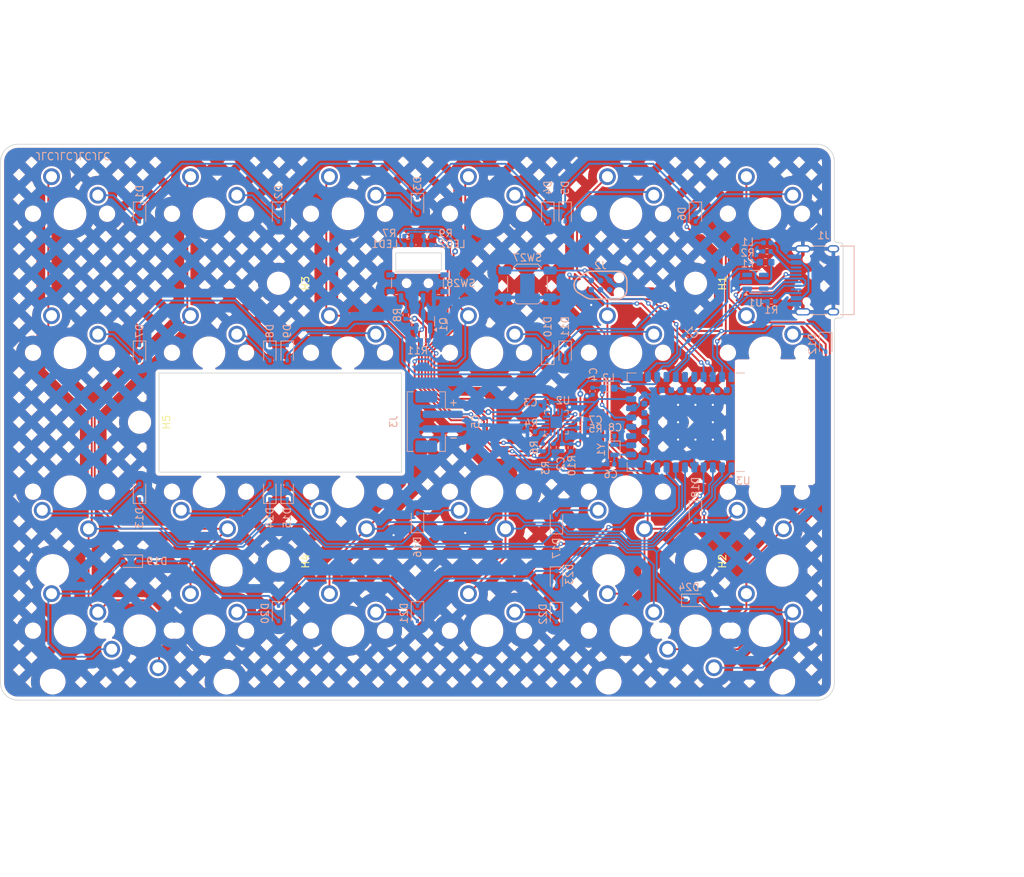
<source format=kicad_pcb>
(kicad_pcb (version 20240108) (generator "pcbnew") (generator_version "8.0")
  (layers (0 "F.Cu" signal) (1 "In1.Cu" power "PWR") (2 "In2.Cu" power "GND") (31 "B.Cu" signal) (34 "B.Paste" user) (35 "F.Paste" user) (36 "B.SilkS" user "B.Silkscreen") (37 "F.SilkS" user "F.Silkscreen") (38 "B.Mask" user) (39 "F.Mask" user) (44 "Edge.Cuts" user))
  (net 0 "")
  (net 1 "GND")
  (net 2 "+5V")
  (net 3 "+VSW")
  (net 4 "VDD")
  (net 5 "Net-(U3-P0.00{slash}XL1)")
  (net 6 "Net-(U3-P0.01{slash}XL2)")
  (net 7 "Net-(D2-A)")
  (net 8 "Net-(D3-A)")
  (net 9 "Net-(D4-A)")
  (net 10 "Net-(D5-A)")
  (net 11 "Net-(D8-A)")
  (net 12 "Net-(D9-A)")
  (net 13 "Net-(D10-A)")
  (net 14 "Net-(D11-A)")
  (net 15 "Net-(D12-A)")
  (net 16 "Net-(D14-A)")
  (net 17 "Net-(D15-A)")
  (net 18 "Net-(D16-A)")
  (net 19 "Net-(D17-A)")
  (net 20 "Net-(D18-A)")
  (net 21 "Net-(D19-A)")
  (net 22 "Net-(D21-A)")
  (net 23 "Net-(D22-A)")
  (net 24 "Net-(D23-A)")
  (net 25 "Net-(D24-A)")
  (net 26 "USB-D+")
  (net 27 "VBUS")
  (net 29 "Net-(J1-CC2)")
  (net 30 "USB-D-")
  (net 31 "Net-(J1-CC1)")
  (net 33 "RST")
  (net 34 "SWDCLK")
  (net 35 "SWDIO")
  (net 37 "DCCH")
  (net 38 "SYSOFF")
  (net 39 "BOOT")
  (net 40 "c0")
  (net 41 "c1")
  (net 42 "c2")
  (net 43 "c3")
  (net 44 "c4")
  (net 45 "c5")
  (net 48 "SCL")
  (net 54 "Net-(D1-A)")
  (net 57 "Net-(D6-A)")
  (net 65 "SDA")
  (net 67 "Net-(D7-A)")
  (net 68 "Net-(D13-A)")
  (net 69 "Net-(D20-A)")
  (net 70 "Net-(SW28-A)")
  (net 71 "+BATT")
  (net 72 "r0")
  (net 73 "r1")
  (net 74 "r2")
  (net 75 "r3")
  (net 76 "Net-(F1-Pad2)")
  (net 77 "Net-(LED1-K)")
  (net 78 "Net-(LED2-A)")
  (net 79 "Net-(Q1-G)")
  (net 80 "/TMR")
  (net 81 "Net-(U2-TS)")
  (net 82 "/ILIM")
  (net 83 "Net-(U2-ISET)")
  (net 84 "Net-(U2-~{CHG})")
  (footprint "MountingHole:MountingHole_2.7mm_M2.5" (layer "F.Cu") (at 72.439726 70.144462 -90)
    (property "Reference" "H3")
    (property "Value" "MountingHole")
  )
  (footprint "MountingHole:MountingHole_2.7mm_M2.5" (layer "F.Cu") (at 129.589678 70.144462 -90)
    (property "Reference" "H1")
    (property "Value" "MountingHole")
  )
  (footprint "PCM_marbastlib-mx:STAB_MX_2u" (layer "F.Cu") (at 53.389742 117.762784 180)
    (property "Reference" "S2" (hide yes))
    (property "Value" "MX_stab")
  )
  (footprint "MountingHole:MountingHole_2.7mm_M2.5" (layer "F.Cu") (at 129.589678 108.24443 -90)
    (property "Reference" "H2")
    (property "Value" "MountingHole")
  )
  (footprint "MountingHole:MountingHole_2.7mm_M2.5" (layer "F.Cu") (at 53.389742 89.194446 -90)
    (property "Reference" "H5")
    (property "Value" "MountingHole")
  )
  (footprint "PCM_marbastlib-mx:STAB_MX_2u" (layer "F.Cu") (at 129.589678 117.769422 180)
    (property "Reference" "S1" (hide yes))
    (property "Value" "MX_stab")
  )
  (footprint "MountingHole:MountingHole_2.7mm_M2.5" (layer "F.Cu") (at 72.439726 108.24443 -90)
    (property "Reference" "H4")
    (property "Value" "MountingHole")
  )
  (footprint "Diode_SMD:D_SOD-323" (layer "B.Cu") (at 111.730215 60.61947 -90)
    (property "Reference" "D5")
    (property "Value" "D_Small")
  )
  (footprint "Diode_SMD:D_SOD-323" (layer "B.Cu") (at 91.48959 59.428845 -90)
    (property "Reference" "D3")
    (property "Value" "D_Small")
  )
  (footprint "Diode_SMD:D_SOD-323" (layer "B.Cu") (at 110.539654 102.886614 90)
    (property "Reference" "D17")
    (property "Value" "D_Small")
  )
  (footprint "Capacitor_SMD:C_0402_1005Metric" (layer "B.Cu") (at 111.323396 92.664024 -90)
    (property "Reference" "C2")
    (property "Value" "4u7")
  )
  (footprint "Diode_SMD:D_SOD-323" (layer "B.Cu") (at 109.348965 60.61947 -90)
    (property "Reference" "D4")
    (property "Value" "D_Small")
  )
  (footprint "Package_TO_SOT_SMD:SOT-23-6" (layer "B.Cu") (at 137.81478 69.9492)
    (property "Reference" "U1")
    (property "Value" "SRV05-4")
  )
  (footprint "PCM_marbastlib-mx:SW_MX_1u" (layer "B.Cu") (at 129.589678 117.769422)
    (property "Reference" "SW25" (hide yes))
    (property "Value" "SW_Push_45deg")
  )
  (footprint "PCM_marbastlib-mx:SW_MX_1u" (layer "B.Cu") (at 120.064686 79.669454 180)
    (property "Reference" "SW11" (hide yes))
    (property "Value" "SW_Push_45deg")
  )
  (footprint "PCM_marbastlib-mx:SW_MX_1u" (layer "B.Cu") (at 53.389742 117.769422)
    (property "Reference" "SW20" (hide yes))
    (property "Value" "SW_Push_45deg")
  )
  (footprint "PCM_marbastlib-mx:SW_MX_1u" (layer "B.Cu") (at 43.86475 98.719438)
    (property "Reference" "SW13" (hide yes))
    (property "Value" "SW_Push_45deg")
  )
  (footprint "Diode_SMD:D_SOD-323" (layer "B.Cu") (at 110.53959 115.490568 -90)
    (property "Reference" "D22")
    (property "Value" "D_Small")
  )
  (footprint "Resistor_SMD:R_0402_1005Metric" (layer "B.Cu") (at 139.983684 72.628104)
    (property "Reference" "R1")
    (property "Value" "5k1")
  )
  (footprint "Resistor_SMD:R_0402_1005Metric" (layer "B.Cu") (at 89.892164 74.499352 -90)
    (property "Reference" "R8")
    (property "Value" "100k")
  )
  (footprint "PCM_marbastlib-mx:SW_MX_1u" (layer "B.Cu") (at 101.014702 117.769422 180)
    (property "Reference" "SW23" (hide yes))
    (property "Value" "SW_Push_45deg")
  )
  (footprint "Diode_SMD:D_SOD-323" (layer "B.Cu") (at 129.291854 113.60223)
    (property "Reference" "D24")
    (property "Value" "D_Small")
  )
  (footprint "Resistor_SMD:R_0402_1005Metric" (layer "B.Cu") (at 107.0709 90.487464 180)
    (property "Reference" "R4")
    (property "Value" "10k")
  )
  (footprint "Package_DFN_QFN:VQFN-16-1EP_3x3mm_P0.5mm_EP1.6x1.6mm" (layer "B.Cu") (at 110.532772 89.194496)
    (property "Reference" "U2")
    (property "Value" "BQ24075")
  )
  (footprint "Capacitor_SMD:C_0402_1005Metric" (layer "B.Cu") (at 128.289788 77.688256 135)
    (property "Reference" "C1")
    (property "Value" "4u7")
  )
  (footprint "PCM_marbastlib-mx:SW_MX_1u" (layer "B.Cu") (at 139.11467 60.61947 180)
    (property "Reference" "SW6" (hide yes))
    (property "Value" "SW_Push_45deg")
  )
  (footprint "PCM_marbastlib-mx:SW_MX_1u" (layer "B.Cu") (at 43.86475 79.669454 180)
    (property "Reference" "SW7" (hide yes))
    (property "Value" "SW_Push_45deg")
  )
  (footprint "Diode_SMD:D_SOD-323" (layer "B.Cu") (at 129.58951 101.555407 -90)
    (property "Reference" "D18")
    (property "Value" "D_Small")
  )
  (footprint "Diode_SMD:D_SOD-323" (layer "B.Cu") (at 109.348965 79.66947 90)
    (property "Reference" "D10")
    (property "Value" "D_Small")
  )
  (footprint "Diode_SMD:D_SOD-323" (layer "B.Cu") (at 53.38959 60.61947 -90)
    (property "Reference" "D1")
    (property "Value" "D_Small")
  )
  (footprint "Diode_SMD:D_SOD-323" (layer "B.Cu") (at 111.730215 79.66947 -90)
    (property "Reference" "D11")
    (property "Value" "D_Small")
  )
  (footprint "Capacitor_SMD:C_0402_1005Metric" (layer "B.Cu") (at 115.49058 84.947312 -90)
    (property "Reference" "C4")
    (property "Value" "1u")
  )
  (footprint "PCM_marbastlib-mx:SW_MX_1u" (layer "B.Cu") (at 43.86459 60.61947 180)
    (property "Reference" "SW1" (hide yes))
    (property "Value" "SW_Push_45deg")
  )
  (footprint "Resistor_SMD:R_0402_1005Metric" (layer "B.Cu") (at 92.868724 63.698424 180)
    (property "Reference" "R9")
    (property "Value" "1k5")
  )
  (footprint "PCM_marbastlib-mx:SW_MX_1u" (layer "B.Cu") (at 139.11467 79.669454 180)
    (property "Reference" "SW12" (hide yes))
    (property "Value" "SW_Push_45deg")
  )
  (footprint "PCM_marbastlib-mx:SW_MX_1u" (layer "B.Cu") (at 120.064686 60.61947 180)
    (property "Reference" "SW5" (hide yes))
    (property "Value" "SW_Push_45deg")
  )
  (footprint "PCM_marbastlib-mx:SW_MX_1u" (layer "B.Cu") (at 62.914734 117.769422 180)
    (property "Reference" "SW21" (hide yes))
    (property "Value" "SW_Push_45deg")
  )
  (footprint "Diode_SMD:D_SOD-323" (layer "B.Cu") (at 71.248965 79.66947 -90)
    (property "Reference" "D8")
    (property "Value" "D_Small")
  )
  (footprint "Diode_SMD:D_SOD-323" (layer "B.Cu") (at 53.38959 98.71947 90)
    (property "Reference" "D13")
    (property "Value" "D_Small")
  )
  (footprint "Diode_SMD:D_SOD-323" (layer "B.Cu") (at 91.489542 102.729582 90)
    (property "Reference" "D16")
    (property "Value" "D_Small")
  )
  (footprint "PCM_marbastlib-mx:SW_MX_1u" (layer "B.Cu") (at 62.914606 60.61947 180)
    (property "Reference" "SW2" (hide yes))
    (property "Value" "SW_Push_45deg")
  )
  (footprint "Inductor_SMD:L_0402_1005Metric" (layer "B.Cu") (at 139.413372 64.591392 180)
    (property "Reference" "L1")
    (property "Value" "BLM15PX121SN1D")
  )
  (footprint "Diode_SMD:D_SOD-323" (layer "B.Cu") (at 147.448965 78.478845 -90)
    (property "Reference" "D12")
    (property "Value" "D_Small")
  )
  (footprint "PCM_marbastlib-mx:SW_MX_1u" (layer "B.Cu") (at 120.064686 98.719438)
    (property "Reference" "SW17" (hide yes))
    (property "Value" "SW_Push_45deg")
  )
  (footprint "PCM_marbastlib-mx:SW_MX_1u" (layer "B.Cu") (at 101.014702 79.669454 180)
    (property "Reference" "SW10" (hide yes))
    (property "Value" "SW_Push_45deg")
  )
  (footprint "Resistor_SMD:R_0402_1005Metric" (layer "B.Cu") (at 139.388372 65.782016)
    (property "Reference" "R2")
    (property "Value" "5k1")
  )
  (footprint "PCM_marbastlib-mx:SW_MX_1u" (layer "B.Cu") (at 62.914734 79.669454 180)
    (property "Reference" "SW8" (hide yes))
    (property "Value" "SW_Push_45deg")
  )
  (footprint "PCM_marbastlib-mx:SW_MX_1u" (layer "B.Cu") (at 139.11467 117.769422 180)
    (property "Reference" "SW26" (hide yes))
    (property "Value" "SW_Push_45deg")
  )
  (footprint "Diode_SMD:D_SOD-323" (layer "B.Cu") (at 91.48959 115.38822 -90)
    (property "Reference" "D21")
    (property "Value" "D_Small")
  )
  (footprint "PCM_marbastlib-mx:SW_MX_1u" (layer "B.Cu") (at 62.914734 98.719438)
    (property "Reference" "SW14" (hide yes))
    (property "Value" "SW_Push_45deg")
  )
  (footprint "PCM_marbastlib-various:SW_SPST_SKQG_WithStem" (layer "B.Cu") (at 106.5609 70.246856 180)
    (property "Reference" "SW27")
    (property "Value" "RST")
  )
  (footprint "PCM_marbastlib-various:SW_MSK12C02-HB" (layer "B.Cu") (at 91.48971 70.144462 180)
    (property "Reference" "SW28")
    (property "Value" "PWR")
  )
  (footprint "PCM_marbastlib-mx:SW_MX_1u" (layer "B.Cu") (at 81.964718 79.669454 180)
    (property "Reference" "SW9" (hide yes))
    (property "Value" "SW_Push_45deg")
  )
  (footprint "Inductor_SMD:L_0603_1608Metric" (layer "B.Cu") (at 117.67964 84.534344 180)
    (property "Reference" "L2")
    (property "Value" "10 uH")
  )
  (footprint "PCM_marbastlib-mx:SW_MX_1u" (layer "B.Cu") (at 101.014702 60.61947 180)
    (property "Reference" "SW4" (hide yes))
    (property "Value" "SW_Push_45deg")
  )
  (footprint "PCM_marbastlib-mx:SW_MX_1u" (layer "B.Cu") (at 139.11467 98.719438)
    (property "Reference" "SW18" (hide yes))
    (property "Value" "SW_Push_45deg")
  )
  (footprint "Diode_SMD:D_SOD-323" (layer "B.Cu") (at 72.43959 60.61947 -90)
    (property "Reference" "D2")
    (property "Value" "D_Small")
  )
  (footprint "Capacitor_SMD:C_0402_1005Metric" (layer "B.Cu") (at 117.98714 91.082776 180)
    (property "Reference" "C8")
    (property "Value" "12p")
  )
  (footprint "PCM_marbastlib-mx:SW_MX_1u" (layer "B.Cu") (at 81.964718 98.719438)
    (property "Reference" "SW15" (hide yes))
    (property "Value" "SW_Push_45deg")
  )
  (footprint "Diode_SMD:D_SOD-323" (layer "B.Cu") (at 73.630215 79.66947 -90)
    (property "Reference" "D9")
    (property "Value" "D_Small")
  )
  (footprint "Resistor_SMD:R_0402_1005Metric" (layer "B.Cu") (at 108.644492 92.664024 -90)
    (property "Reference" "R6")
    (property "Value" "3k9")
  )
  (footprint "PCM_marbastlib-mx:SW_MX_1u" (layer "B.Cu") (at 43.86475 117.769422 180)
    (property "Reference" "SW19" (hide yes))
    (property "Value" "SW_Push_45deg")
  )
  (footprint "Capacitor_SMD:C_0402_1005Metric" (layer "B.Cu") (at 100.60778 89.114496 -90)
    (property "Reference" "C5")
    (property "Value" "4u7")
  )
  (footprint "Diode_SMD:D_SOD-323" (layer "B.Cu") (at 52.198965 108.244518 180)
    (property "Reference" "D19")
    (property "Value" "D_Small")
  )
  (footprint "Capacitor_SMD:C_0402_1005Metric" (layer "B.Cu") (at 117.98714 94.952304 180)
    (property "Reference" "C6")
    (property "Value" "12p")
  )
  (footprint "Resistor_SMD:R_0402_1005Metric" (layer "B.Cu") (at 92.485756 77.985912 180)
    (property "Reference" "R11")
    (property "Value" "10k")
  )
  (footprint "Package_TO_SOT_SMD:SOT-23" (layer "B.Cu") (at 92.273412 75.35154 90)
    (property "Reference" "Q1")
    (property "Value" "2N7002")
  )
  (footprint "Resistor_SMD:R_0402_1005Metric" (layer "B.Cu") (at 112.51402 92.656368 -90)
    (property "Reference" "R10")
    (property "Value" "100R")
  )
  (footprint "PCM_marbastlib-mx:SW_MX_1u" (layer "B.Cu") (at 120.064686 117.769422 180)
    (property "Reference" "SW24" (hide yes))
    (property "Value" "SW_Push_45deg")
  )
  (footprint "PCM_marbastlib-various:CON_TC2030_outlined" (layer "B.Cu") (at 116.57219 70.40243)
    (property "Reference" "J2")
    (property "Value" "TC2030_SWD" (hide yes))
  )
  (footprint "LED_SMD:LED_0402_1005Metric" (layer "B.Cu") (at 92.868724 64.889048 180)
    (property "Reference" "LED2")
    (property "Value" "Blue")
  )
  (footprint "Diode_SMD:D_SOD-323" (layer "B.Cu") (at 71.248996 98.71947 90)
    (property "Reference" "D14")
    (property "Value" "D_Small")
  )
  (footprint "PCM_marbastlib-mx:SW_MX_1u" (layer "B.Cu") (at 81.964718 117.769422 180)
    (property "Reference" "SW22" (hide yes))
    (property "Value" "SW_Push_45deg")
  )
  (footprint "Capacitor_SMD:C_0402_1005Metric" (layer "B.Cu") (at 109.32918 86.413248 180)
    (property "Reference" "C3")
    (property "Value" "4u7")
  )
  (footprint "PCM_marbastlib-mx:SW_MX_1u" (layer "B.Cu") (at 81.964622 60.61947 180)
    (property "Reference" "SW3" (hide yes))
    (property "Value" "SW_Push_45deg")
  )
  (footprint "Capacitor_SMD:C_0402_1005Metric" (layer "B.Cu") (at 114.024644 88.794496)
    (property "Reference" "C7")
    (property "Value" "4u7")
  )
  (footprint "Resistor_SMD:R_0402_1005Metric" (layer "B.Cu") (at 90.18982 63.698424)
    (property "Reference" "R7")
    (property "Value" "1k5")
  )
  (footprint "Diode_SMD:D_SOD-323" (layer "B.Cu") (at 73.63028 98.71951 90)
    (property "Reference" "D15")
    (property "Value" "D_Small")
  )
  (footprint "PCM_marbastlib-mx:SW_MX_1u" (layer "B.Cu") (at 101.014702 98.719438)
    (property "Reference" "SW16" (hide yes))
    (property "Value" "SW_Push_45deg")
  )
  (footprint "LED_SMD:LED_0402_1005Metric" (layer "B.Cu") (at 90.18982 64.889048 180)
    (property "Reference" "LED1")
    (property "Value" "Orange")
  )
  (footprint "Diode_SMD:D_SOD-323" (layer "B.Cu") (at 53.38959 79.66947 -90)
    (property "Reference" "D7")
    (property "Value" "D_Small")
  )
  (footprint "Fuse:Fuse_0603_1608Metric" (layer "B.Cu") (at 139.197592 67.270296 180)
    (property "Reference" "F1")
    (property "Value" "750 mA")
  )
  (footprint "Connector_JST:JST_PH_B2B-PH-SM4-TB_1x02-1MP_P2.00mm_Vertical" (layer "B.Cu") (at 94.452316 89.106216 -90)
    (property "Reference" "J3")
    (property "Value" "Battery")
  )
  (footprint "Connector_USB:USB_C_Receptacle_HRO_TYPE-C-31-M-12" (layer "B.Cu") (at 147.43967 69.74697 -90)
    (property "Reference" "J1")
    (property "Value" "HRO_TYPE-C-31-M-14")
  )
  (footprint "Crystal:Crystal_SMD_2012-2Pin_2.0x1.2mm" (layer "B.Cu") (at 118.46714 92.9734 -90)
    (property "Reference" "Y1")
    (property "Value" "32.768 KHz")
  )
  (footprint "PCM_marbastlib-various:nRF52840_E73-2G4M08S1C" (layer "B.Cu") (at 129.480412 89.194446 90)
    (property "Reference" "U3")
    (property "Value" "nRF52840_E73-2G4M08S1C" (hide yes))
  )
  (footprint "Resistor_SMD:R_0402_1005Metric" (layer "B.Cu") (at 110.132772 92.664024 -90)
    (property "Reference" "R3")
    (property "Value" "47k")
  )
  (footprint "Resistor_SMD:R_0402_1005Metric" (layer "B.Cu") (at 113.909332 89.98512)
    (property "Reference" "R5")
    (property "Value" "1k5")
  )
  (footprint "Diode_SMD:D_SOD-323" (layer "B.Cu") (at 110.539526 110.62567 -90)
    (property "Reference" "D23")
    (property "Value" "D_Small")
  )
  (footprint "Diode_SMD:D_SOD-323" (layer "B.Cu") (at 72.43959 115.38822 -90)
    (property "Reference" "D20")
    (property "Value" "D_Small")
  )
  (footprint "Diode_SMD:D_SOD-323" (layer "B.Cu") (at 129.58959 60.61947 -90)
    (property "Reference" "D6")
    (property "Value" "D_Small")
  )
  (gr_line (start 149.830295 74.510095) (end 149.830295 64.985095) (stroke (width 0.1)) (layer "Edge.Cuts"))
  (gr_line (start 34.33967 124.91322) (end 34.33967 53.47572) (stroke (width 0.1)) (layer "Edge.Cuts"))
  (gr_arc (start 146.25842 51.09447) (mid 147.942218 51.791922) (end 148.63967 53.47572) (stroke (width 0.1)) (layer "Edge.Cuts"))
  (gr_arc (start 148.63967 124.91322) (mid 147.942203 126.597003) (end 146.25842 127.29447) (stroke (width 0.1)) (layer "Edge.Cuts"))
  (gr_line (start 56.068478 82.450752) (end 56.068478 96.04447) (stroke (width 0.1)) (layer "Edge.Cuts"))
  (gr_line (start 148.63967 75.303845) (end 148.63967 76.49447) (stroke (width 0.1)) (layer "Edge.Cuts"))
  (gr_line (start 94.763926 68.358526) (end 94.763926 65.97727) (stroke (width 0.1)) (layer "Edge.Cuts"))
  (gr_line (start 89.296852 96.040534) (end 89.296852 82.450752) (stroke (width 0.1)) (layer "Edge.Cuts"))
  (gr_line (start 89.296852 82.450752) (end 56.068478 82.450752) (stroke (width 0.1)) (layer "Edge.Cuts"))
  (gr_line (start 36.72092 51.09447) (end 146.25842 51.09447) (stroke (width 0.1)) (layer "Edge.Cuts"))
  (gr_line (start 88.51315 65.97727) (end 88.51315 68.358526) (stroke (width 0.1)) (layer "Edge.Cuts"))
  (gr_arc (start 34.33967 53.47572) (mid 35.037137 51.791937) (end 36.72092 51.09447) (stroke (width 0.1)) (layer "Edge.Cuts"))
  (gr_arc (start 36.72092 127.29447) (mid 35.037137 126.597003) (end 34.33967 124.91322) (stroke (width 0.1)) (layer "Edge.Cuts"))
  (gr_line (start 88.51315 68.358526) (end 94.763926 68.358526) (stroke (width 0.1)) (layer "Edge.Cuts"))
  (gr_line (start 148.63967 64.191345) (end 148.63967 63.79447) (stroke (width 0.1)) (layer "Edge.Cuts"))
  (gr_line (start 149.43342 64.58822) (end 149.036545 64.58822) (stroke (width 0.1)) (layer "Edge.Cuts"))
  (gr_line (start 146.25842 127.29447) (end 36.72092 127.29447) (stroke (width 0.1)) (layer "Edge.Cuts"))
  (gr_arc (start 148.63967 75.303845) (mid 148.755919 75.023219) (end 149.036545 74.90697) (stroke (width 0.1)) (layer "Edge.Cuts"))
  (gr_line (start 148.63967 53.47572) (end 148.63967 63.79447) (stroke (width 0.1)) (layer "Edge.Cuts"))
  (gr_line (start 148.63967 76.49447) (end 148.63967 124.91322) (stroke (width 0.1)) (layer "Edge.Cuts"))
  (gr_arc (start 149.036545 64.58822) (mid 148.755937 64.471968) (end 148.63967 64.191345) (stroke (width 0.1)) (layer "Edge.Cuts"))
  (gr_arc (start 149.43342 64.58822) (mid 149.714012 64.704481) (end 149.830295 64.985095) (stroke (width 0.1)) (layer "Edge.Cuts"))
  (gr_line (start 94.763926 65.97727) (end 88.51315 65.97727) (stroke (width 0.1)) (layer "Edge.Cuts"))
  (gr_line (start 56.068478 96.040534) (end 89.296852 96.040534) (stroke (width 0.1)) (layer "Edge.Cuts"))
  (gr_line (start 149.43342 74.90697) (end 149.036545 74.90697) (stroke (width 0.1)) (layer "Edge.Cuts"))
  (gr_arc (start 149.830295 74.510095) (mid 149.714047 74.79073) (end 149.43342 74.90697) (stroke (width 0.1)) (layer "Edge.Cuts"))
  (gr_text "+\n\n\n-\n" (at 97.145006 91.873342 0) (layer "B.SilkS") (effects (font (size 1 1)) (justify left bottom mirror)))
  (gr_text "JLCJLCJLCJLC" (at 44.261545 52.68197 180) (layer "B.SilkS") (effects (font (size 1 1)) (justify mirror)))
  (via (at 127.208262 89.194438) (size 0.6) (drill 0.3) (layers "F.Cu" "B.Cu") (net 1))
  (via (at 127.20834 91.57572) (size 0.6) (drill 0.3) (layers "F.Cu" "B.Cu") (net 1))
  (via (at 131.97084 86.81322) (size 0.6) (drill 0.3) (layers "F.Cu" "B.Cu") (net 1))
  (via (at 109.944214 94.25459) (size 0.8) (drill 0.4) (layers "F.Cu" "B.Cu") (net 1))
  (via (at 115.302022 73.121014) (size 0.6) (drill 0.3) (layers "F.Cu" "B.Cu") (net 1))
  (via (at 112.325462 87.110846) (size 0.8) (drill 0.4) (layers "F.Cu" "B.Cu") (net 1))
  (via (at 88.215326 104.67255) (size 0.6) (drill 0.3) (layers "F.Cu" "B.Cu") (net 1))
  (via (at 131.97084 91.57572) (size 0.6) (drill 0.3) (layers "F.Cu" "B.Cu") (net 1))
  (via (at 114.81118 91.082776) (size 0.8) (drill 0.4) (layers "F.Cu" "B.Cu") (net 1))
  (via (at 134.83822 70.842168) (size 0.8) (drill 0.4) (layers "F.Cu" "B.Cu") (net 1))
  (via (at 98.037974 104.374894) (size 0.6) (drill 0.3) (layers "F.Cu" "B.Cu") (net 1))
  (via (at 127.20834 86.81322) (size 0.6) (drill 0.3) (layers "F.Cu" "B.Cu") (net 1))
  (via (at 129.58959 86.81322) (size 0.6) (drill 0.3) (layers "F.Cu" "B.Cu") (net 1))
  (via (at 131.97084 89.19447) (size 0.6) (drill 0.3) (layers "F.Cu" "B.Cu") (net 1))
  (via (at 138.112436 65.782016) (size 0.8) (drill 0.4) (layers "F.Cu" "B.Cu") (net 1))
  (via (at 129.58959 91.57572) (size 0.6) (drill 0.3) (layers "F.Cu" "B.Cu") (net 1))
  (via (at 114.717271 85.626086) (size 0.8) (drill 0.4) (layers "F.Cu" "B.Cu") (net 1))
  (segment (start 109.095272 88.444496) (end 109.782772 88.444496) (width 0.26) (layer "B.Cu") (net 1))
  (segment (start 91.323412 77.333568) (end 91.975756 77.985912) (width 0.26) (layer "B.Cu") (net 1))
  (segment (start 91.323412 76.28904) (end 91.323412 77.333568) (width 0.26) (layer "B.Cu") (net 1))
  (segment (start 123.39827 85.384446) (end 124.827044 86.81322) (width 0.26) (layer "B.Cu") (net 1))
  (segment (start 121.898012 86.866846) (end 121.898012 86.066846) (width 0.26) (layer "B.Cu") (net 1))
  (segment (start 114.717271 85.626086) (end 115.291806 85.626086) (width 0.26) (layer "B.Cu") (net 1))
  (segment (start 143.39467 72.99697) (end 143.39467 73.15197) (width 0.26) (layer "B.Cu") (net 1))
  (segment (start 109.782772 87.34684) (end 108.84918 86.413248) (width 0.26) (layer "B.Cu") (net 1))
  (segment (start 148.48967 65.42697) (end 144.30967 65.42697) (width 0.26) (layer "B.Cu") (net 1))
  (segment (start 114.419332 88.879808) (end 114.504644 88.794496) (width 0.26) (layer "B.Cu") (net 1))
  (segment (start 110.132772 93.174024) (end 111.293396 93.174024) (width 0.26) (layer "B.Cu") (net 1))
  (segment (start 111.679312 87.756996) (end 112.325462 87.110846) (width 0.26) (layer "B.Cu") (net 1))
  (segment (start 135.731188 69.9492) (end 136.67728 69.9492) (width 0.26) (layer "B.Cu") (net 1))
  (segment (start 121.898012 86.066846) (end 122.580412 85.384446) (width 0.26) (layer "B.Cu") (net 1))
  (segment (start 109.782772 87.756996) (end 109.782772 88.444496) (width 0.26) (layer "B.Cu") (net 1))
  (segment (start 114.419332 89.98512) (end 114.419332 90.690928) (width 0.26) (layer "B.Cu") (net 1))
  (segment (start 117.50714 91.082776) (end 117.50714 94.952304) (width 0.381) (layer "B.Cu") (net 1))
  (segment (start 111.05478 93.144024) (end 109.944214 94.25459) (width 0.26) (layer "B.Cu") (net 1))
  (segment (start 111.282772 88.194495) (end 110.532772 88.944495) (width 0.26) (layer "B.Cu") (net 1))
  (segment (start 120.780412 87.284446) (end 121.480412 87.284446) (width 0.26) (layer "B.Cu") (net 1))
  (segment (start 115.291806 85.626086) (end 115.49058 85.427312) (width 0.26) (layer "B.Cu") (net 1))
  (segment (start 111.282772 87.756996) (end 111.282772 88.194495) (width 0.26) (layer "B.Cu") (net 1))
  (segment (start 109.782772 88.444496) (end 110.532772 89.194496) (width 0.26) (layer "B.Cu") (net 1))
  (segment (start 103.4609 72.096856) (end 109.6609 72.096856) (width 0.254) (layer "B.Cu") (net 1))
  (segment (start 143.39467 73.15197) (end 144.30967 74.06697) (width 0.26) (layer "B.Cu") (net 1))
  (segment (start 106.5609 91.090432) (end 106.5609 90.487464) (width 0.26) (layer "B.Cu") (net 1))
  (segment (start 108.644492 93.174024) (end 106.5609 91.090432) (width 0.26) (layer "B.Cu") (net 1))
  (segment (start 110.532772 88.944495) (end 110.532772 89.194496) (width 0.26) (layer "B.Cu") (net 1))
  (segment (start 114.419332 90.690928) (end 114.81118 91.082776) (width 0.26) (layer "B.Cu") (net 1))
  (segment (start 124.827044 86.81322) (end 127.20834 86.81322) (width 0.26) (layer "B.Cu") (net 1))
  (segment (start 143.39467 66.49697) (end 143.39467 66.34197) (width 0.26) (layer "B.Cu") (net 1))
  (segment (start 111.282772 87.756996) (end 111.679312 87.756996) (width 0.26) (layer "B.Cu") (net 1))
  (segment (start 138.878372 65.782016) (end 138.112436 65.782016) (width 0.381) (layer "B.Cu") (net 1))
  (segment (start 144.30967 74.06697) (end 148.48967 74.06697) (width 0.26) (layer "B.Cu") (net 1))
  (segment (start 121.480412 87.284446) (end 121.898012 86.866846) (width 0.26) (layer "B.Cu") (net 1))
  (segment (start 134.83822 70.842168) (end 135.731188 69.9492) (width 0.26) (layer "B.Cu") (net 1))
  (segment (start 109.782772 87.756996) (end 109.782772 87.34684) (width 0.26) (layer "B.Cu") (net 1))
  (segment (start 129.430412 95.394446) (end 129.430412 91.734898) (width 0.26) (layer "B.Cu") (net 1))
  (segment (start 129.430412 91.734898) (end 129.58959 91.57572) (width 0.26) (layer "B.Cu") (net 1))
  (segment (start 111.293396 93.174024) (end 111.323396 93.144024) (width 0.26) (layer "B.Cu") (net 1))
  (segment (start 143.39467 66.34197) (end 144.30967 65.42697) (width 0.26) (layer "B.Cu") (net 1))
  (segment (start 122.580412 85.384446) (end 123.39827 85.384446) (width 0.26) (layer "B.Cu") (net 1))
  (segment (start 114.419332 89.98512) (end 114.419332 88.879808) (width 0.26) (layer "B.Cu") (net 1))
  (segment (start 111.323396 93.144024) (end 111.05478 93.144024) (width 0.26) (layer "B.Cu") (net 1))
  (segment (start 113.813742 85.32491) (end 113.813742 91.873342) (width 0.26) (layer "F.Cu") (net 2))
  (segment (start 113.813742 91.873342) (end 113.516086 92.170998) (width 0.26) (layer "F.Cu") (net 2))
  (via (at 113.813742 85.32491) (size 0.8) (drill 0.4) (layers "F.Cu" "B.Cu") (net 2))
  (via (at 113.516086 92.170998) (size 0.8) (drill 0.4) (layers "F.Cu" "B.Cu") (net 2))
  (segment (start 135.433532 68.163264) (end 133.945252 69.651544) (width 0.26) (layer "B.Cu") (net 2))
  (segment (start 124.068012 83.976846) (end 119.534926 83.976846) (width 0.26) (layer "B.Cu") (net 2))
  (segment (start 119.097054 83.538974) (end 114.855538 83.538974) (width 0.26) (layer "B.Cu") (net 2))
  (segment (start 113.813742 84.58077) (end 113.813742 85.32491) (width 0.26) (layer "B.Cu") (net 2))
  (segment (start 127.508564 79.148302) (end 127.508564 79.95776) (width 0.26) (layer "B.Cu") (net 2))
  (segment (start 125.945624 81.5207) (end 125.124158 81.5207) (width 0.26) (layer "B.Cu") (net 2))
  (segment (start 113.516086 92.170998) (end 112.53865 92.170998) (width 0.26) (layer "B.Cu") (net 2))
  (segment (start 112.53865 92.170998) (end 112.51402 92.146368) (width 0.26) (layer "B.Cu") (net 2))
  (segment (start 133.945252 69.651544) (end 133.945252 72.711614) (width 0.26) (layer "B.Cu") (net 2))
  (segment (start 137.81478 68.758576) (end 137.219468 68.163264) (width 0.26) (layer "B.Cu") (net 2))
  (segment (start 111.323396 92.184024) (end 112.476364 92.184024) (width 0.26) (layer "B.Cu") (net 2))
  (segment (start 127.508564 79.95776) (end 125.945624 81.5207) (width 0.26) (layer "B.Cu") (net 2))
  (segment (start 114.855538 83.538974) (end 113.813742 84.58077) (width 0.26) (layer "B.Cu") (net 2))
  (segment (start 111.282772 92.1434) (end 111.323396 92.184024) (width 0.26) (layer "B.Cu") (net 2))
  (segment (start 133.945252 72.711614) (end 128.629199 78.027667) (width 0.26) (layer "B.Cu") (net 2))
  (segment (start 111.282772 90.631996) (end 111.282772 92.1434) (width 0.26) (layer "B.Cu") (net 2))
  (segment (start 124.350412 82.994446) (end 124.350412 83.694446) (width 0.26) (layer "B.Cu") (net 2))
  (segment (start 112.476364 92.184024) (end 112.51402 92.146368) (width 0.26) (layer "B.Cu") (net 2))
  (segment (start 124.350412 83.694446) (end 124.068012 83.976846) (width 0.26) (layer "B.Cu") (net 2))
  (segment (start 124.350412 82.294446) (end 124.350412 82.994446) (width 0.26) (layer "B.Cu") (net 2))
  (segment (start 138.289781 69.9492) (end 137.81478 69.474199) (width 0.26) (layer "B.Cu") (net 2))
  (segment (start 125.124158 81.5207) (end 124.350412 82.294446) (width 0.26) (layer "B.Cu") (net 2))
  (segment (start 128.629199 78.027667) (end 127.508564 79.148302) (width 0.26) (layer "B.Cu") (net 2))
  (segment (start 137.81478 69.474199) (end 137.81478 68.758576) (width 0.26) (layer "B.Cu") (net 2))
  (segment (start 137.219468 68.163264) (end 135.433532 68.163264) (width 0.26) (layer "B.Cu") (net 2))
  (segment (start 119.534926 83.976846) (end 119.097054 83.538974) (width 0.26) (layer "B.Cu") (net 2))
  (segment (start 138.95228 69.9492) (end 138.289781 69.9492) (width 0.26) (layer "B.Cu") (net 2))
  (segment (start 139.985092 69.578887) (end 139.614779 69.9492) (width 0.26) (layer "B.Cu") (net 2))
  (segment (start 139.985092 67.270296) (end 139.985092 69.578887) (width 0.26) (layer "B.Cu") (net 2))
  (segment (start 139.614779 69.9492) (end 138.95228 69.9492) (width 0.26) (layer "B.Cu") (net 2))
  (segment (start 96.517764 86.397448) (end 99.330848 86.397448) (width 0.26) (layer "F.Cu") (net 3))
  (segment (start 96.43795 65.993792) (end 96.43795 76.55878) (width 0.26) (layer "F.Cu") (net 3))
  (segment (start 100.74196 87.80856) (end 101.203092 87.80856) (width 0.26) (layer "F.Cu") (net 3))
  (segment (start 99.330848 86.397448) (end 100.74196 87.80856) (width 0.26) (layer "F.Cu") (net 3))
  (segment (start 93.386868 83.266552) (end 96.517764 86.397448) (width 0.26) (layer "F.Cu") (net 3))
  (segment (start 96.649726 65.782016) (end 96.43795 65.993792) (width 0.26) (layer "F.Cu") (net 3))
  (segment (start 93.386868 79.609862) (end 93.386868 83.266552) (width 0.26) (layer "F.Cu") (net 3))
  (segment (start 96.43795 76.55878) (end 93.386868 79.609862) (width 0.26) (layer "F.Cu") (net 3))
  (via (at 96.649726 65.782016) (size 0.8) (drill 0.4) (layers "F.Cu" "B.Cu") (net 3))
  (via (at 101.203092 87.80856) (size 0.8) (drill 0.4) (layers "F.Cu" "B.Cu") (net 3))
  (segment (start 96.649726 64.545944) (end 96.649726 65.782016) (width 0.26) (layer "B.Cu") (net 3))
  (segment (start 111.970272 89.444496) (end 112.894644 89.444496) (width 0.26) (layer "B.Cu") (net 3))
  (segment (start 113.544644 88.794496) (end 116.316516 86.022624) (width 0.26) (layer "B.Cu") (net 3))
  (segment (start 115.925892 86.413248) (end 116.316516 86.022624) (width 0.26) (layer "B.Cu") (net 3))
  (segment (start 111.970272 88.944496) (end 113.394644 88.944496) (width 0.26) (layer "B.Cu") (net 3))
  (segment (start 110.282772 86.88684) (end 109.80918 86.413248) (width 0.26) (layer "B.Cu") (net 3))
  (segment (start 109.1209 85.724968) (end 109.80918 86.413248) (width 0.26) (layer "B.Cu") (net 3))
  (segment (start 94.793406 62.689624) (end 96.649726 64.545944) (width 0.26) (layer "B.Cu") (net 3))
  (segment (start 110.282772 87.756996) (end 110.282772 86.88684) (width 0.26) (layer "B.Cu") (net 3))
  (segment (start 89.12742 64.311648) (end 89.12742 63.33679) (width 0.26) (layer "B.Cu") (net 3))
  (segment (start 89.70482 64.889048) (end 89.12742 64.311648) (width 0.26) (layer "B.Cu") (net 3))
  (segment (start 109.80918 86.413248) (end 115.925892 86.413248) (width 0.26) (layer "B.Cu") (net 3))
  (segment (start 113.394644 88.944496) (end 113.544644 88.794496) (width 0.26) (layer "B.Cu") (net 3))
  (segment (start 105.370276 87.80856) (end 107.453868 85.724968) (width 0.26) (layer "B.Cu") (net 3))
  (segment (start 101.203092 87.80856) (end 105.370276 87.80856) (width 0.26) (layer "B.Cu") (net 3))
  (segment (start 107.453868 85.724968) (end 109.1209 85.724968) (width 0.26) (layer "B.Cu") (net 3))
  (segment (start 116.316516 86.022624) (end 116.324694 86.014446) (width 0.26) (layer "B.Cu") (net 3))
  (segment (start 116.324694 86.014446) (end 120.780412 86.014446) (width 0.26) (layer "B.Cu") (net 3))
  (segment (start 112.894644 89.444496) (end 113.544644 88.794496) (width 0.26) (layer "B.Cu") (net 3))
  (segment (start 89.774586 62.689624) (end 94.793406 62.689624) (width 0.26) (layer "B.Cu") (net 3))
  (segment (start 89.12742 63.33679) (end 89.774586 62.689624) (width 0.26) (layer "B.Cu") (net 3))
  (segment (start 112.325462 72.228046) (end 117.118286 77.02087) (width 0.254) (layer "F.Cu") (net 4))
  (segment (start 117.118286 77.02087) (end 117.118286 85.104062) (width 0.254) (layer "F.Cu") (net 4))
  (segment (start 117.118286 85.104062) (end 116.790302 85.432046) (width 0.254) (layer "F.Cu") (net 4))
  (segment (start 116.790302 86.81319) (end 116.790302 85.432046) (width 0.254) (layer "F.Cu") (net 4))
  (segment (start 112.325462 68.976256) (end 112.325462 72.228046) (width 0.254) (layer "F.Cu") (net 4))
  (via (at 116.790302 85.432046) (size 0.6) (drill 0.3) (layers "F.Cu" "B.Cu") (net 4))
  (via (at 112.325462 68.976256) (size 0.6) (drill 0.3) (layers "F.Cu" "B.Cu") (net 4))
  (via (at 116.790302 86.81319) (size 0.6) (drill 0.3) (layers "F.Cu" "B.Cu") (net 4))
  (segment (start 115.49058 84.467312) (end 116.825108 84.467312) (width 0.254) (layer "B.Cu") (net 4))
  (segment (start 112.600692 69.251486) (end 114.786246 69.251486) (width 0.254) (layer "B.Cu") (net 4))
  (segment (start 114.786246 69.251486) (end 115.30219 69.76743) (width 0.254) (layer "B.Cu") (net 4))
  (segment (start 120.780412 88.554446) (end 118.531558 88.554446) (width 0.254) (layer "B.Cu") (net 4))
  (segment (start 118.531558 88.554446) (end 116.790302 86.81319) (width 0.254) (layer "B.Cu") (net 4))
  (segment (start 116.790302 84.636182) (end 116.89214 84.534344) (width 0.254) (layer "B.Cu") (net 4))
  (segment (start 116.825108 84.467312) (end 116.89214 84.534344) (width 0.254) (layer "B.Cu") (net 4))
  (segment (start 116.790302 85.432046) (end 116.790302 84.636182) (width 0.254) (layer "B.Cu") (net 4))
  (segment (start 112.325462 68.976256) (end 112.600692 69.251486) (width 0.254) (layer "B.Cu") (net 4))
  (segment (start 120.780412 93.634446) (end 118.506094 93.634446) (width 0.254) (layer "B.Cu") (net 5))
  (segment (start 118.46714 94.952304) (end 118.46714 93.6734) (width 0.254) (layer "B.Cu") (net 5))
  (segment (start 118.506094 93.634446) (end 118.46714 93.6734) (width 0.254) (layer "B.Cu") (net 5))
  (segment (start 118.46714 91.082776) (end 118.46714 92.2734) (width 0.254) (layer "B.Cu") (net 6))
  (segment (start 118.558186 92.364446) (end 118.46714 92.2734) (width 0.254) (layer "B.Cu") (net 6))
  (segment (start 120.780412 92.364446) (end 118.558186 92.364446) (width 0.254) (layer "B.Cu") (net 6))
  (segment (start 66.724606 58.07947) (end 68.84959 58.07947) (width 0.254) (layer "B.Cu") (net 7))
  (segment (start 68.84959 58.07947) (end 72.43959 61.66947) (width 0.254) (layer "B.Cu") (net 7))
  (segment (start 89.090215 58.07947) (end 91.48959 60.478845) (width 0.254) (layer "B.Cu") (net 8))
  (segment (start 85.774622 58.07947) (end 89.090215 58.07947) (width 0.254) (layer "B.Cu") (net 8))
  (segment (start 105.758965 58.07947) (end 109.348965 61.66947) (width 0.254) (layer "B.Cu") (net 9))
  (segment (start 104.824702 58.07947) (end 105.758965 58.07947) (width 0.254) (layer "B.Cu") (net 9))
  (segment (start 111.730215 60.917053) (end 115.004366 57.642902) (width 0.254) (layer "B.Cu") (net 10))
  (segment (start 115.004366 57.642902) (end 123.438118 57.642902) (width 0.254) (layer "B.Cu") (net 10))
  (segment (start 123.438118 57.642902) (end 123.874686 58.07947) (width 0.254) (layer "B.Cu") (net 10))
  (segment (start 111.730215 61.66947) (end 111.730215 60.917053) (width 0.254) (layer "B.Cu") (net 10))
  (segment (start 67.658949 77.129454) (end 66.724734 77.129454) (width 0.254) (layer "B.Cu") (net 11))
  (segment (start 71.248965 80.71947) (end 67.658949 77.129454) (width 0.254) (layer "B.Cu") (net 11))
  (segment (start 85.635806 76.990542) (end 85.774718 77.129454) (width 0.254) (layer "B.Cu") (net 12))
  (segment (start 76.606742 76.990542) (end 85.635806 76.990542) (width 0.254) (layer "B.Cu") (net 12))
  (segment (start 73.630215 80.71947) (end 73.630215 79.967069) (width 0.254) (layer "B.Cu") (net 12))
  (segment (start 73.630215 79.967069) (end 76.606742 76.990542) (width 0.254) (layer "B.Cu") (net 12))
  (segment (start 107.858949 77.129454) (end 104.824702 77.129454) (width 0.254) (layer "B.Cu") (net 13))
  (segment (start 109.348965 78.61947) (end 107.858949 77.129454) (width 0.254) (layer "B.Cu") (net 13))
  (segment (start 123.874686 77.129454) (end 123.546862 76.80163) (width 0.254) (layer "B.Cu") (net 14))
  (segment (start 114.527698 76.80163) (end 111.730215 79.599113) (width 0.254) (layer "B.Cu") (net 14))
  (segment (start 111.730215 79.599113) (end 111.730215 80.71947) (width 0.254) (layer "B.Cu") (net 14))
  (segment (start 123.546862 76.80163) (end 114.527698 76.80163) (width 0.254) (layer "B.Cu") (net 14))
  (segment (start 145.049574 77.129454) (end 142.92467 77.129454) (width 0.254) (layer "B.Cu") (net 15))
  (segment (start 147.448965 79.528845) (end 145.049574 77.129454) (width 0.254) (layer "B.Cu") (net 15))
  (segment (start 67.379406 101.69599) (end 59.541286 101.69599) (width 0.254) (layer "B.Cu") (net 16))
  (segment (start 71.248996 97.66947) (end 71.248996 97.8264) (width 0.254) (layer "B.Cu") (net 16))
  (segment (start 71.248996 97.8264) (end 67.379406 101.69599) (width 0.254) (layer "B.Cu") (net 16))
  (segment (start 59.541286 101.69599) (end 59.104734 101.259438) (width 0.254) (layer "B.Cu") (net 16))
  (segment (start 77.220208 101.259438) (end 78.154718 101.259438) (width 0.254) (layer "B.Cu") (net 17))
  (segment (start 73.63028 97.66951) (end 77.220208 101.259438) (width 0.254) (layer "B.Cu") (net 17))
  (segment (start 94.659422 101.679582) (end 95.079566 101.259438) (width 0.254) (layer "B.Cu") (net 18))
  (segment (start 95.079566 101.259438) (end 97.204702 101.259438) (width 0.254) (layer "B.Cu") (net 18))
  (segment (start 91.489542 101.679582) (end 94.659422 101.679582) (width 0.254) (layer "B.Cu") (net 18))
  (segment (start 111.11683 101.259438) (end 110.539654 101.836614) (width 0.254) (layer "B.Cu") (net 19))
  (segment (start 116.254686 101.259438) (end 111.11683 101.259438) (width 0.254) (layer "B.Cu") (net 19))
  (segment (start 133.958701 102.605407) (end 129.58951 102.605407) (width 0.254) (layer "B.Cu") (net 20))
  (segment (start 135.30467 101.259438) (end 133.958701 102.605407) (width 0.254) (layer "B.Cu") (net 20))
  (segment (start 47.873145 120.309422) (end 49.579742 120.309422) (width 0.254) (layer "B.Cu") (net 21))
  (segment (start 40.888033 119.555465) (end 42.673972 121.341404) (width 0.254) (layer "B.Cu") (net 21))
  (segment (start 46.841163 121.341404) (end 47.873145 120.309422) (width 0.254) (layer "B.Cu") (net 21))
  (segment (start 46.704061 112.689422) (end 51.148965 108.244518) (width 0.254) (layer "B.Cu") (net 21))
  (segment (start 41.32475 112.689422) (end 46.704061 112.689422) (width 0.254) (layer "B.Cu") (net 21))
  (segment (start 40.888033 113.126139) (end 40.888033 119.555465) (width 0.254) (layer "B.Cu") (net 21))
  (segment (start 41.32475 112.689422) (end 40.888033 113.126139) (width 0.254) (layer "B.Cu") (net 21))
  (segment (start 42.673972 121.341404) (end 46.841163 121.341404) (width 0.254) (layer "B.Cu") (net 21))
  (segment (start 85.774718 115.229422) (end 90.280792 115.229422) (width 0.254) (layer "B.Cu") (net 22))
  (segment (start 90.280792 115.229422) (end 91.48959 116.43822) (width 0.254) (layer "B.Cu") (net 22))
  (segment (start 109.228444 115.229422) (end 104.824702 115.229422) (width 0.254) (layer "B.Cu") (net 23))
  (segment (start 110.53959 116.540568) (end 109.228444 115.229422) (width 0.254) (layer "B.Cu") (net 23))
  (segment (start 120.146822 107.053798) (end 122.14811 107.053798) (width 0.254) (layer "B.Cu") (net 24))
  (segment (start 118.87603 105.783006) (end 120.146822 107.053798) (width 0.254) (layer "B.Cu") (net 24))
  (segment (start 110.539526 110.62567) (end 115.38219 105.783006) (width 0.254) (layer "B.Cu") (net 24))
  (segment (start 115.38219 105.783006) (end 118.87603 105.783006) (width 0.254) (layer "B.Cu") (net 24))
  (segment (start 110.539526 111.67567) (end 110.539526 110.62567) (width 0.254) (layer "B.Cu") (net 24))
  (segment (start 123.874686 108.780374) (end 123.874686 115.229422) (width 0.254) (layer "B.Cu") (net 24))
  (segment (start 122.14811 107.053798) (end 123.874686 108.780374) (width 0.254) (layer "B.Cu") (net 24))
  (segment (start 140.305197 114.792854) (end 140.741765 115.229422) (width 0.254) (layer "B.Cu") (net 25))
  (segment (start 140.741765 115.229422) (end 142.92467 115.229422) (width 0.254) (layer "B.Cu") (net 25))
  (segment (start 132.129678 122.849422) (end 138.797286 122.849422) (width 0.254) (layer "B.Cu") (net 25))
  (segment (start 130.341854 113.60223) (end 131.532478 114.792854) (width 0.254) (layer "B.Cu") (net 25))
  (segment (start 142.091243 119.555465) (end 142.091243 116.062849) (width 0.254) (layer "B.Cu") (net 25))
  (segment (start 131.532478 114.792854) (end 140.305197 114.792854) (width 0.254) (layer "B.Cu") (net 25))
  (segment (start 138.797286 122.849422) (end 142.091243 119.555465) (width 0.254) (layer "B.Cu") (net 25))
  (segment (start 142.091243 116.062849) (end 142.92467 115.229422) (width 0.254) (layer "B.Cu") (net 25))
  (segment (start 128.696188 79.96076) (end 128.696188 80.556072) (width 0.254) (layer "B.Cu") (net 26))
  (segment (start 144.660868 70.246856) (end 144.410754 70.49697) (width 0.254) (layer "B.Cu") (net 26))
  (segment (start 144.32847 69.49697) (end 144.660868 69.829368) (width 0.254) (layer "B.Cu") (net 26))
  (segment (start 143.39467 70.49697) (end 141.711274 70.49697) (width 0.254) (layer "B.Cu") (net 26))
  (segment (start 140.138996 70.8992) (end 141.541226 69.49697) (width 0.254) (layer "B.Cu") (net 26))
  (segment (start 144.410754 70.49697) (end 143.39467 70.49697) (width 0.254) (layer "B.Cu") (net 26))
  (segment (start 136.771948 71.885) (end 128.696188 79.96076) (width 0.254) (layer "B.Cu") (net 26))
  (segment (start 141.541226 69.49697) (end 143.39467 69.49697) (width 0.254) (layer "B.Cu") (net 26))
  (segment (start 138.95228 70.8992) (end 140.138996 70.8992) (width 0.254) (layer "B.Cu") (net 26))
  (segment (start 141.711274 70.49697) (end 140.323244 71.885) (width 0.254) (layer "B.Cu") (net 26))
  (segment (start 126.890412 82.361848) (end 126.890412 82.994446) (width 0.254) (layer "B.Cu") (net 26))
  (segment (start 144.660868 69.829368) (end 144.660868 70.246856) (width 0.254) (layer "B.Cu") (net 26))
  (segment (start 143.39467 69.49697) (end 144.32847 69.49697) (width 0.254) (layer "B.Cu") (net 26))
  (segment (start 128.696188 80.556072) (end 126.890412 82.361848) (width 0.254) (layer "B.Cu") (net 26))
  (segment (start 140.323244 71.885) (end 136.771948 71.885) (width 0.254) (layer "B.Cu") (net 26))
  (segment (start 140.79134 65.67864) (end 140.79134 65.186704) (width 0.26) (layer "B.Cu") (net 27))
  (segment (start 144.13447 72.19697) (end 145.070268 71.261172) (width 0.26) (layer "B.Cu") (net 27))
  (segment (start 143.39467 72.19697) (end 144.13447 72.19697) (width 0.26) (layer "B.Cu") (net 27))
  (segment (start 140.196028 64.591392) (end 139.898372 64.591392) (width 0.26) (layer "B.Cu") (net 27))
  (segment (start 142.40967 67.29697) (end 140.79134 65.67864) (width 0.26) (layer "B.Cu") (net 27))
  (segment (start 143.39467 67.29697) (end 142.40967 67.29697) (width 0.26) (layer "B.Cu") (net 27))
  (segment (start 140.79134 65.186704) (end 140.196028 64.591392) (width 0.26) (layer "B.Cu") (net 27))
  (segment (start 145.070268 68.232768) (end 144.13447 67.29697) (width 0.26) (layer "B.Cu") (net 27))
  (segment (start 144.13447 67.29697) (end 143.39467 67.29697) (width 0.26) (layer "B.Cu") (net 27))
  (segment (start 145.070268 71.261172) (end 145.070268 68.232768) (width 0.26) (layer "B.Cu") (net 27))
  (segment (start 140.493684 72.628104) (end 140.79134 72.628104) (width 0.254) (layer "B.Cu") (net 29))
  (segment (start 141.922474 71.49697) (end 143.39467 71.49697) (width 0.254) (layer "B.Cu") (net 29))
  (segment (start 140.79134 72.628104) (end 141.922474 71.49697) (width 0.254) (layer "B.Cu") (net 29))
  (segment (start 135.135876 71.735136) (end 136.028844 70.842168) (width 0.254) (layer "F.Cu") (net 30))
  (segment (start 140.057366 70.842168) (end 141.981964 68.91757) (width 0.254) (layer "F.Cu") (net 30))
  (segment (start 136.028844 70.842168) (end 140.057366 70.842168) (width 0.254) (layer "F.Cu") (net 30))
  (via (at 135.135876 71.735136) (size 0.6) (drill 0.3) (layers "F.Cu" "B.Cu") (net 30))
  (via (at 141.981964 68.91757) (size 0.6) (drill 0.3) (layers "F.Cu" "B.Cu") (net 30))
  (segment (start 141.636538 69.99697) (end 140.154908 71.4786) (width 0.254) (layer "B.Cu") (net 30))
  (segment (start 126.344246 82.015046) (end 125.620412 82.73888) (width 0.254) (layer "B.Cu") (net 30))
  (segment (start 142.061364 68.99697) (end 141.981964 68.91757) (width 0.254) (layer "B.Cu") (net 30))
  (segment (start 137.25668 71.4786) (end 136.67728 70.8992) (width 0.254) (layer "B.Cu") (net 30))
  (segment (start 136.028844 72.053368) (end 128.289788 79.792424) (width 0.254) (layer "B.Cu") (net 30))
  (segment (start 136.67728 70.8992) (end 136.028844 71.547636) (width 0.254) (layer "B.Cu") (net 30))
  (segment (start 143.39467 68.99697) (end 142.061364 68.99697) (width 0.254) (layer "B.Cu") (net 30))
  (segment (start 135.135876 71.735136) (end 135.135876 72.032792) (width 0.254) (layer "B.Cu") (net 30))
  (segment (start 128.289788 80.387736) (end 126.662478 82.015046) (width 0.254) (layer "B.Cu") (net 30))
  (segment (start 140.154908 71.4786) (end 137.25668 71.4786) (width 0.254) (layer "B.Cu") (net 30))
  (segment (start 143.39467 69.99697) (end 141.636538 69.99697) (width 0.254) (layer "B.Cu") (net 30))
  (segment (start 126.662478 82.015046) (end 126.344246 82.015046) (width 0.254) (layer "B.Cu") (net 30))
  (segment (start 136.028844 71.547636) (end 136.028844 72.053368) (width 0.254) (layer "B.Cu") (net 30))
  (segment (start 128.289788 79.792424) (end 128.289788 80.387736) (width 0.254) (layer "B.Cu") (net 30))
  (segment (start 135.135876 72.032792) (end 135.592648 72.489564) (width 0.254) (layer "B.Cu") (net 30))
  (segment (start 125.620412 82.73888) (end 125.620412 82.994446) (width 0.254) (layer "B.Cu") (net 30))
  (segment (start 139.898372 65.782016) (end 142.613326 68.49697) (width 0.254) (layer "B.Cu") (net 31))
  (segment (start 142.613326 68.49697) (end 143.39467 68.49697) (width 0.254) (layer "B.Cu") (net 31))
  (segment (start 114.409054 68.867674) (end 114.409054 68.396856) (width 0.254) (layer "F.Cu") (net 33))
  (segment (start 123.527292 72.330448) (end 117.871828 72.330448) (width 0.254) (layer "F.Cu") (net 33))
  (segment (start 117.871828 72.330448) (end 114.409054 68.867674) (width 0.254) (layer "F.Cu") (net 33))
  (segment (start 126.953684 75.75684) (end 123.527292 72.330448) (width 0.254) (layer "F.Cu") (net 33))
  (via (at 126.953684 75.75684) (size 0.6) (drill 0.3) (layers "F.Cu" "B.Cu") (net 33))
  (via (at 114.409054 68.396856) (size 0.6) (drill 0.3) (layers "F.Cu" "B.Cu") (net 33))
  (segment (start 124.263558 81.1113) (end 123.080412 82.294446) (width 0.254) (layer "B.Cu") (net 33))
  (segment (start 127.099164 75.90232) (end 127.099164 79.771848) (width 0.254) (layer "B.Cu") (net 33))
  (segment (start 125.759712 81.1113) (end 124.263558 81.1113) (width 0.254) (layer "B.Cu") (net 33))
  (segment (start 109.6609 68.396856) (end 103.4609 68.396856) (width 0.254) (layer "B.Cu") (net 33))
  (segment (start 115.201616 68.396856) (end 116.57219 69.76743) (width 0.254) (layer "B.Cu") (net 33))
  (segment (start 114.409054 68.396856) (end 109.6609 68.396856) (width 0.254) (layer "B.Cu") (net 33))
  (segment (start 114.409054 68.396856) (end 115.201616 68.396856) (width 0.254) (layer "B.Cu") (net 33))
  (segment (start 123.080412 82.294446) (end 123.080412 82.994446) (width 0.254) (layer "B.Cu") (net 33))
  (segment (start 127.099164 79.771848) (end 125.759712 81.1113) (width 0.254) (layer "B.Cu") (net 33))
  (segment (start 126.953684 75.75684) (end 127.099164 75.90232) (width 0.254) (layer "B.Cu") (net 33))
  (segment (start 123.14015 72.909848) (end 131.22956 80.999258) (width 0.254) (layer "F.Cu") (net 34))
  (segment (start 131.22956 80.999258) (end 131.229562 80.999258) (width 0.254) (layer "F.Cu") (net 34))
  (via (at 131.229562 80.999258) (size 0.6) (drill 0.3) (layers "F.Cu" "B.Cu") (net 34))
  (via (at 123.14015 72.909848) (size 0.6) (drill 0.3) (layers "F.Cu" "B.Cu") (net 34))
  (segment (start 131.229562 80.999258) (end 131.970412 81.740108) (width 0.254) (layer "B.Cu") (net 34))
  (segment (start 117.82549 72.29073) (end 116.57219 71.03743) (width 0.254) (layer "B.Cu") (net 34))
  (segment (start 123.14015 72.909848) (end 122.521032 72.29073) (width 0.254) (layer "B.Cu") (net 34))
  (segment (start 122.521032 72.29073) (end 117.82549 72.29073) (width 0.254) (layer "B.Cu") (net 34))
  (segment (start 131.970412 81.740108) (end 131.970412 82.994446) (width 0.254) (layer "B.Cu") (net 34))
  (segment (start 130.270133 80.998256) (end 130.367712 80.998256) (width 0.254) (layer "F.Cu") (net 35))
  (segment (start 121.552798 72.92576) (end 122.197637 72.92576) (width 0.254) (layer "F.Cu") (net 35))
  (segment (start 122.197637 72.92576) (end 130.270133 80.998256) (width 0.254) (layer "F.Cu") (net 35))
  (via (at 121.552798 72.92576) (size 0.6) (drill 0.3) (layers "F.Cu" "B.Cu") (net 35))
  (via (at 130.367712 80.998256) (size 0.6) (drill 0.3) (layers "F.Cu" "B.Cu") (net 35))
  (segment (start 130.700412 81.330956) (end 130.700412 82.994446) (width 0.254) (layer "B.Cu") (net 35))
  (segment (start 117.19052 72.92576) (end 115.30219 71.03743) (width 0.254) (layer "B.Cu") (net 35))
  (segment (start 121.552798 72.92576) (end 117.19052 72.92576) (width 0.254) (layer "B.Cu") (net 35))
  (segment (start 130.367712 80.998256) (end 130.700412 81.330956) (width 0.254) (layer "B.Cu") (net 35))
  (segment (start 119.273952 84.534344) (end 119.484054 84.744446) (width 0.254) (layer "B.Cu") (net 37))
  (segment (start 118.46714 84.534344) (end 119.273952 84.534344) (width 0.254) (layer "B.Cu") (net 37))
  (segment (start 119.484054 84.744446) (end 120.780412 84.744446) (width 0.254) (layer "B.Cu") (net 37))
  (segment (start 100.20138 92.462312) (end 100.20138 90.37872) (width 0.254) (layer "F.Cu") (net 38))
  (segment (start 96.254684 88.515616) (end 91.6781 83.939032) (width 0.254) (layer "F.Cu") (net 38))
  (segment (start 91.6781 76.895344) (end 92.075812 76.497632) (width 0.254) (layer "F.Cu") (net 38))
  (segment (start 100.20138 90.37872) (end 98.338276 88.515616) (width 0.254) (layer "F.Cu") (net 38))
  (segment (start 107.453868 93.76168) (end 101.500748 93.76168) (width 0.254) (layer "F.Cu") (net 38))
  (segment (start 101.500748 93.76168) (end 100.20138 92.462312) (width 0.254) (layer "F.Cu") (net 38))
  (segment (start 98.338276 88.515616) (end 96.254684 88.515616) (width 0.254) (layer "F.Cu") (net 38))
  (segment (start 91.6781 83.939032) (end 91.6781 76.895344) (width 0.254) (layer "F.Cu") (net 38))
  (via (at 92.075812 76.497632) (size 0.6) (drill 0.3) (layers "F.Cu" "B.Cu") (net 38))
  (via (at 107.453868 93.76168) (size 0.6) (drill 0.3) (layers "F.Cu" "B.Cu") (net 38))
  (segment (start 107.751524 94.059336) (end 107.453868 93.76168) (width 0.254) (layer "B.Cu") (net 38))
  (segment (start 92.273412 72.178164) (end 92.23971 72.144462) (width 0.254) (layer "B.Cu") (net 38))
  (segment (start 110.282772 90.631996) (end 110.282772 91.069496) (width 0.254) (layer "B.Cu") (net 38))
  (segment (start 92.273412 76.300032) (end 92.075812 76.497632) (width 0.254) (layer "B.Cu") (net 38))
  (segment (start 109.533372 93.468112) (end 108.942148 94.059336) (width 0.254) (layer "B.Cu") (net 38))
  (segment (start 110.282772 91.069496) (end 109.533372 91.818896) (width 0.254) (layer "B.Cu") (net 38))
  (segment (start 108.942148 94.059336) (end 107.751524 94.059336) (width 0.254) (layer "B.Cu") (net 38))
  (segment (start 92.273412 74.41404) (end 92.273412 72.178164) (width 0.254) (layer "B.Cu") (net 38))
  (segment (start 109.533372 91.818896) (end 109.533372 93.468112) (width 0.254) (layer "B.Cu") (net 38))
  (segment (start 92.273412 74.41404) (end 92.273412 76.300032) (width 0.254) (layer "B.Cu") (net 38))
  (segment (start 95.62215 66.289993) (end 95.62215 76.220865) (width 0.254) (layer "F.Cu") (net 39))
  (segment (start 100.60778 92.293976) (end 101.496084 93.18228) (width 0.254) (layer "F.Cu") (net 39))
  (segment (start 101.496084 93.18228) (end 104.477308 93.18228) (width 0.254) (layer "F.Cu") (net 39))
  (segment (start 94.65466 64.293736) (end 95.390926 65.030002) (width 0.254) (layer "F.Cu") (net 39))
  (segment (start 96.110276 87.213248) (end 98.748272 87.213248) (width 0.254) (layer "F.Cu") (net 39))
  (segment (start 95.62215 76.220865) (end 92.571068 79.271947) (width 0.254) (layer "F.Cu") (net 39))
  (segment (start 95.390926 66.058769) (end 95.62215 66.289993) (width 0.254) (layer "F.Cu") (net 39))
  (segment (start 92.571068 79.271947) (end 92.571068 83.67404) (width 0.254) (layer "F.Cu") (net 39))
  (segment (start 98.748272 87.213248) (end 100.60778 89.072756) (width 0.254) (layer "F.Cu") (net 39))
  (segment (start 95.390926 65.030002) (end 95.390926 66.058769) (width 0.254) (layer "F.Cu") (net 39))
  (segment (start 100.60778 89.072756) (end 100.60778 92.293976) (width 0.254) (layer "F.Cu") (net 39))
  (segment (start 92.571068 83.67404) (end 96.110276 87.213248) (width 0.254) (layer "F.Cu") (net 39))
  (via (at 94.65466 64.293736) (size 0.6) (drill 0.3) (layers "F.Cu" "B.Cu") (net 39))
  (via (at 104.477308 93.18228) (size 0.6) (drill 0.3) (layers "F.Cu" "B.Cu") (net 39))
  (segment (start 106.898392 95.358704) (end 110.89642 95.358704) (width 0.254) (layer "B.Cu") (net 39))
  (segment (start 104.721968 93.18228) (end 106.898392 95.358704) (width 0.254) (layer "B.Cu") (net 39))
  (segment (start 104.477308 93.18228) (end 104.721968 93.18228) (width 0.254) (layer "B.Cu") (net 39))
  (segment (start 94.059348 63.698424) (end 94.65466 64.293736) (width 0.254) (layer "B.Cu") (net 39))
  (segment (start 110.89642 95.358704) (end 111.382988 95.845272) (width 0.254) (layer "B.Cu") (net 39))
  (segment (start 111.382988 95.845272) (end 122.629586 95.845272) (width 0.254) (layer "B.Cu") (net 39))
  (segment (start 122.629586 95.845272) (end 123.080412 95.394446) (width 0.254) (layer "B.Cu") (net 39))
  (segment (start 93.378724 63.698424) (end 94.059348 63.698424) (width 0.254) (layer "B.Cu") (net 39))
  (segment (start 56.068478 122.710686) (end 55.929742 122.849422) (width 0.254) (layer "F.Cu") (net 40))
  (segment (start 41.32475 74.589454) (end 40.888022 74.152726) (width 0.254) (layer "F.Cu") (net 40))
  (segment (start 115.398102 105.863174) (end 111.134838 105.863174) (width 0.254) (layer "F.Cu") (net 40))
  (segment (start 53.984919 113.602335) (end 56.068478 115.685894) (width 0.254) (layer "F.Cu") (net 40))
  (segment (start 49.301837 113.602335) (end 53.984919 113.602335) (width 0.254) (layer "F.Cu") (net 40))
  (segment (start 117.68327 103.578006) (end 115.398102 105.863174) (width 0.254) (layer "F.Cu") (net 40))
  (segment (start 46.40475 113.959422) (end 47.67475 115.229422) (width 0.254) (layer "F.Cu") (net 40))
  (segment (start 40.888022 55.976038) (end 41.32459 55.53947) (width 0.254) (layer "F.Cu") (net 40))
  (segment (start 47.67475 115.229422) (end 49.301837 113.602335) (width 0.254) (layer "F.Cu") (net 40))
  (segment (start 46.841142 87.706158) (end 40.888022 81.753038) (width 0.254) (layer "F.Cu") (net 40))
  (segment (start 46.40475 103.799438) (end 46.841142 103.363046) (width 0.254) (layer "F.Cu") (net 40))
  (segment (start 40.888022 81.753038) (end 40.888022 75.026182) (width 0.254) (layer "F.Cu") (net 40))
  (segment (start 40.888022 75.026182) (end 41.32475 74.589454) (width 0.254) (layer "F.Cu") (net 40))
  (segment (start 40.888022 74.152726) (end 40.888022 55.976038) (width 0.254) (layer "F.Cu") (net 40))
  (segment (start 56.068478 115.685894) (end 56.068478 122.710686) (width 0.254) (layer "F.Cu") (net 40))
  (segment (start 46.841142 103.363046) (end 46.841142 87.706158) (width 0.254) (layer "F.Cu") (net 40))
  (segment (start 46.40475 103.799438) (end 46.40475 113.959422) (width 0.254) (layer "F.Cu") (net 40))
  (via (at 111.134838 105.863174) (size 0.6) (drill 0.3) (layers "F.Cu" "B.Cu") (net 40))
  (via (at 117.68327 103.578006) (size 0.6) (drill 0.3) (layers "F.Cu" "B.Cu") (net 40))
  (segment (start 56.068478 103.779582) (end 58.55847 106.269574) (width 0.254) (layer "B.Cu") (net 40))
  (segment (start 119.373126 103.578006) (end 120.957486 101.993646) (width 0.254) (layer "B.Cu") (net 40))
  (segment (start 78.819654 106.269574) (end 110.728438 106.269574) (width 0.254) (layer "B.Cu") (net 40))
  (segment (start 125.620412 96.238612) (end 125.620412 95.394446) (width 0.254) (layer "B.Cu") (net 40))
  (segment (start 75.73435 103.18427) (end 78.819654 106.269574) (width 0.254) (layer "B.Cu") (net 40))
  (segment (start 48.502274 103.799438) (end 48.52213 103.779582) (width 0.254) (layer "B.Cu") (net 40))
  (segment (start 127.347612 101.00248) (end 127.347612 97.965812) (width 0.254) (layer "B.Cu") (net 40))
  (segment (start 70.653622 103.18427) (end 75.73435 103.18427) (width 0.254) (layer "B.Cu") (net 40))
  (segment (start 110.728438 106.269574) (end 111.134838 105.863174) (width 0.254) (layer "B.Cu") (net 40))
  (segment (start 48.52213 103.779582) (end 56.068478 103.779582) (width 0.254) (layer "B.Cu") (net 40))
  (segment (start 58.55847 106.269574) (end 67.568318 106.269574) (width 0.254) (layer "B.Cu") (net 40))
  (segment (start 126.356446 101.993646) (end 127.347612 101.00248) (width 0.254) (layer "B.Cu") (net 40))
  (segment (start 127.347612 97.965812) (end 125.620412 96.238612) (width 0.254) (layer "B.Cu") (net 40))
  (segment (start 120.957486 101.993646) (end 126.356446 101.993646) (width 0.254) (layer "B.Cu") (net 40))
  (segment (start 67.568318 106.269574) (end 70.653622 103.18427) (width 0.254) (layer "B.Cu") (net 40))
  (segment (start 46.40475 103.799438) (end 48.502274 103.799438) (width 0.254) (layer "B.Cu") (net 40))
  (segment (start 117.68327 103.578006) (end 119.373126 103.578006) (width 0.254) (layer "B.Cu") (net 40))
  (segment (start 47.247542 100.20771) (end 47.247542 87.716646) (width 0.254) (layer "F.Cu") (net 41))
  (segment (start 59.938006 74.152726) (end 59.938006 55.97607) (width 0.254) (layer "F.Cu") (net 41))
  (segment (start 59.938006 55.97607) (end 60.374606 55.53947) (width 0.254) (layer "F.Cu") (net 41))
  (segment (start 65.454734 103.799438) (end 50.83927 103.799438) (width 0.254) (layer "F.Cu") (net 41))
  (segment (start 47.247542 87.716646) (end 60.374734 74.589454) (width 0.254) (layer "F.Cu") (net 41))
  (segment (start 60.374734 108.879438) (end 60.374734 112.689422) (width 0.254) (layer "F.Cu") (net 41))
  (segment (start 60.374734 74.589454) (end 59.938006 74.152726) (width 0.254) (layer "F.Cu") (net 41))
  (segment (start 50.83927 103.799438) (end 47.247542 100.20771) (width 0.254) (layer "F.Cu") (net 41))
  (segment (start 65.454734 103.799438) (end 60.374734 108.879438) (width 0.254) (layer "F.Cu") (net 41))
  (segment (start 86.707206 74.589454) (end 79.424718 74.589454) (width 0.254) (layer "F.Cu") (net 42))
  (segment (start 90.298918 98.005238) (end 90.298918 78.181166) (width 0.254) (layer "F.Cu") (net 42))
  (segment (start 79.424718 112.689422) (end 79.424718 108.879438) (width 0.254) (layer "F.Cu") (net 42))
  (segment (start 79.424718 108.879438) (end 84.504718 103.799438) (width 0.254) (layer "F.Cu") (net 42))
  (segment (start 78.98799 74.152726) (end 78.98799 55.976102) (width 0.254) (layer "F.Cu") (net 42))
  (segment (start 90.298918 78.181166) (end 86.707206 74.589454) (width 0.254) (layer "F.Cu") (net 42))
  (segment (start 78.98799 55.976102) (end 79.424622 55.53947) (width 0.254) (layer "F.Cu") (net 42))
  (segment (start 84.504718 103.799438) (end 90.298918 98.005238) (width 0.254) (layer "F.Cu") (net 42))
  (segment (start 79.424718 74.589454) (end 78.98799 74.152726) (width 0.254) (layer "F.Cu") (net 42))
  (segment (start 127.754012 101.170816) (end 127.754012 97.628072) (width 0.254) (layer "B.Cu") (net 42))
  (segment (start 112.19253 104.157406) (end 119.549374 104.157406) (width 0.254) (layer "B.Cu") (net 42))
  (segment (start 106.138886 102.950814) (end 110.985938 102.950814) (width 0.254) (layer "B.Cu") (net 42))
  (segment (start 86.70719 103.799438) (end 87.620014 102.886614) (width 0.254) (layer "B.Cu") (net 42))
  (segment (start 84.504718 103.799438) (end 86.70719 103.799438) (width 0.254) (layer "B.Cu") (net 42))
  (segment (start 110.985938 102.950814) (end 112.19253 104.157406) (width 0.254) (layer "B.Cu") (net 42))
  (segment (start 126.890412 96.764472) (end 126.890412 95.394446) (width 0.254) (layer "B.Cu") (net 42))
  (segment (start 105.181718 101.993646) (end 106.138886 102.950814) (width 0.254) (layer "B.Cu") (net 42))
  (segment (start 120.820166 105.428198) (end 123.49663 105.428198) (width 0.254) (layer "B.Cu") (net 42))
  (segment (start 102.205158 101.993646) (end 105.181718 101.993646) (width 0.254) (layer "B.Cu") (net 42))
  (segment (start 127.754012 97.628072) (end 126.890412 96.764472) (width 0.254) (layer "B.Cu") (net 42))
  (segment (start 87.620014 102.886614) (end 101.31219 102.886614) (width 0.254) (layer "B.Cu") (net 42))
  (segment (start 101.31219 102.886614) (end 102.205158 101.993646) (width 0.254) (layer "B.Cu") (net 42))
  (segment (start 123.49663 105.428198) (end 127.754012 101.170816) (width 0.254) (layer "B.Cu") (net 42))
  (segment (start 119.549374 104.157406) (end 120.820166 105.428198) (width 0.254) (layer "B.Cu") (net 42))
  (segment (start 96.84735 72.962102) (end 98.474702 74.589454) (width 0.254) (layer "F.Cu") (net 43))
  (segment (start 91.0987 80.86007) (end 91.0987 83.934368) (width 0.254) (layer "F.Cu") (net 43))
  (segment (start 96.84735 66.870238) (end 96.84735 72.962102) (width 0.254) (layer "F.Cu") (net 43))
  (segment (start 98.037974 65.679614) (end 96.84735 66.870238) (width 0.254) (layer "F.Cu") (net 43))
  (segment (start 103.554702 107.609422) (end 98.474702 112.689422) (width 0.254) (layer "F.Cu") (net 43))
  (segment (start 98.16994 88.922016) (end 99.79498 90.547056) (width 0.254) (layer "F.Cu") (net 43))
  (segment (start 98.037974 55.976198) (end 98.037974 65.679614) (width 0.254) (layer "F.Cu") (net 43))
  (segment (start 99.79498 90.547056) (end 99.79498 92.630648) (width 0.254) (layer "F.Cu") (net 43))
  (segment (start 98.474702 55.53947) (end 98.037974 55.976198) (width 0.254) (layer "F.Cu") (net 43))
  (segment (start 91.0987 83.934368) (end 96.086348 88.922016) (width 0.254) (layer "F.Cu") (net 43))
  (segment (start 103.554702 96.39037) (end 103.554702 103.799438) (width 0.254) (layer "F.Cu") (net 43))
  (segment (start 99.79498 92.630648) (end 103.554702 96.39037) (width 0.254) (layer "F.Cu") (net 43))
  (segment (start 103.554702 103.799438) (end 103.554702 107.609422) (width 0.254) (layer "F.Cu") (net 43))
  (segment (start 96.086348 88.922016) (end 98.16994 88.922016) (width 0.254) (layer "F.Cu") (net 43))
  (via (at 91.0987 80.86007) (size 0.6) (drill 0.3) (layers "F.Cu" "B.Cu") (net 43))
  (segment (start 98.037974 75.026182) (end 98.474702 74.589454) (width 0.254) (layer "B.Cu") (net 43))
  (segment (start 98.037974 80.264758) (end 98.037974 75.026182) (width 0.254) (layer "B.Cu") (net 43))
  (segment (start 110.817602 103.357214) (end 106.199398 103.357214) (width 0.254) (layer "B.Cu") (net 43))
  (segment (start 103.574558 103.779582) (end 103.554702 103.799438) (width 0.254) (layer "B.Cu") (net 43))
  (segment (start 112.024194 104.563806) (end 110.817602 103.357214) (width 0.254) (layer "B.Cu") (net 43))
  (segment (start 106.199398 103.357214) (end 105.77703 103.779582) (width 0.254) (layer "B.Cu") (net 43))
  (segment (start 91.0987 80.86007) (end 91.396356 80.562414) (width 0.254) (layer "B.Cu") (net 43))
  (segment (start 120.65183 105.834598) (end 119.381038 104.563806) (width 0.254) (layer "B.Cu") (net 43))
  (segment (start 128.160412 101.339152) (end 123.664966 105.834598) (width 0.254) (layer "B.Cu") (net 43))
  (segment (start 92.977822 80.562414) (end 93.87079 81.455382) (width 0.254) (layer "B.Cu") (net 43))
  (segment (start 128.160412 95.394446) (end 128.160412 101.339152) (width 0.254) (layer "B.Cu") (net 43))
  (segment (start 105.77703 103.779582) (end 103.574558 103.779582) (width 0.254) (layer "B.Cu") (net 43))
  (segment (start 123.664966 105.834598) (end 120.65183 105.834598) (width 0.254) (layer "B.Cu") (net 43))
  (segment (start 119.381038 104.563806) (end 112.024194 104.563806) (width 0.254) (layer "B.Cu") (net 43))
  (segment (start 91.396356 80.562414) (end 92.977822 80.562414) (width 0.254) (layer "B.Cu") (net 43))
  (segment (start 96.84735 81.455382) (end 98.037974 80.264758) (width 0.254) (layer "B.Cu") (net 43))
  (segment (start 93.87079 81.455382) (end 96.84735 81.455382) (width 0.254) (layer "B.Cu") (net 43))
  (segment (start 117.524686 112.689422) (end 120.67967 112.689422) (width 0.254) (layer "F.Cu") (net 44))
  (segment (start 117.524686 74.589454) (end 117.524686 92.012414) (width 0.254) (layer "F.Cu") (net 44))
  (segment (start 117.524686 72.558042) (end 117.524686 74.589454) (width 0.254) (layer "F.Cu") (net 44))
  (segment (start 122.604686 110.764406) (end 122.604686 103.799438) (width 0.254) (layer "F.Cu") (net 44))
  (segment (start 130.184822 99.314742) (end 125.700126 103.799438) (width 0.254) (layer "F.Cu") (net 44))
  (segment (start 123.041078 97.528806) (end 123.041078 103.363046) (width 0.254) (layer "F.Cu") (net 44))
  (segment (start 117.524686 92.012414) (end 123.041078 97.528806) (width 0.254) (layer "F.Cu") (net 44))
  (segment (start 117.524686 55.53947) (end 113.358836 59.70532) (width 0.254) (layer "F.Cu") (net 44))
  (segment (start 120.67967 112.689422) (end 122.604686 110.764406) (width 0.254) (layer "F.Cu") (net 44))
  (segment (start 125.700126 103.799438) (end 122.604686 103.799438) (width 0.254) (layer "F.Cu") (net 44))
  (segment (start 123.041078 103.363046) (end 122.604686 103.799438) (width 0.254) (layer "F.Cu") (net 44))
  (segment (start 113.358836 59.70532) (end 113.358836 68.392192) (width 0.254) (layer "F.Cu") (net 44))
  (segment (start 113.358836 68.392192) (end 117.524686 72.558042) (width 0.254) (layer "F.Cu") (net 44))
  (via (at 130.184822 99.314742) (size 0.6) (drill 0.3) (layers "F.Cu" "B.Cu") (net 44))
  (segment (start 130.700412 98.799152) (end 130.700412 95.394446) (width 0.254) (layer "B.Cu") (net 44))
  (segment (start 130.184822 99.314742) (end 130.700412 98.799152) (width 0.254) (layer "B.Cu") (net 44))
  (segment (start 136.57467 112.689422) (end 136.57467 108.879438) (width 0.254) (layer "F.Cu") (net 45))
  (segment (start 134.15882 65.10673) (end 134.15882 72.173604) (width 0.254) (layer "F.Cu") (net 45))
  (segment (start 136.57467 108.879438) (end 141.65467 103.799438) (width 0.254) (layer "F.Cu") (net 45))
  (segment (start 147.44906 98.005048) (end 147.44906 78.478868) (width 0.254) (layer "F.Cu") (net 45))
  (segment (start 147.44906 78.478868) (end 144.472495 75.502303) (width 0.254) (layer "F.Cu") (net 45))
  (segment (start 141.65467 103.799438) (end 147.44906 98.005048) (width 0.254) (layer "F.Cu") (net 45))
  (segment (start 130.780134 101.69599) (end 130.780134 103.084902) (width 0.254) (layer "F.Cu") (net 45))
  (segment (start 130.780134 103.084902) (end 136.57467 108.879438) (width 0.254) (layer "F.Cu") (net 45))
  (segment (start 136.57467 55.53947) (end 136.57467 62.69088) (width 0.254) (layer "F.Cu") (net 45))
  (segment (start 136.57467 114.951717) (end 136.57467 112.689422) (width 0.254) (layer "F.Cu") (net 45))
  (segment (start 135.384156 120.309422) (end 136.138113 119.555465) (width 0.254) (layer "F.Cu") (net 45))
  (segment (start 136.138113 115.388274) (end 136.57467 114.951717) (width 0.254) (layer "F.Cu") (net 45))
  (segment (start 136.138113 119.555465) (end 136.138113 115.388274) (width 0.254) (layer "F.Cu") (net 45))
  (segment (start 144.472495 75.502303) (end 137.487519 75.502303) (width 0.254) (layer "F.Cu") (net 45))
  (segment (start 137.487519 75.502303) (end 136.57467 74.589454) (width 0.254) (layer "F.Cu") (net 45))
  (segment (start 125.779678 120.309422) (end 135.384156 120.309422) (width 0.254) (layer "F.Cu") (net 45))
  (segment (start 134.15882 72.173604) (end 136.57467 74.589454) (width 0.254) (layer "F.Cu") (net 45))
  (segment (start 136.57467 62.69088) (end 134.15882 65.10673) (width 0.254) (layer "F.Cu") (net 45))
  (via (at 130.780134 101.69599) (size 0.6) (drill 0.3) (layers "F.Cu" "B.Cu") (net 45))
  (segment (start 130.780134 101.69599) (end 130.780134 101.164835) (width 0.254) (layer "B.Cu") (net 45))
  (segment (start 132.268414 99.676555) (end 132.268414 98.124118) (width 0.254) (layer "B.Cu") (net 45))
  (segment (start 132.268414 98.124118) (end 134.510412 95.88212) (width 0.254) (layer "B.Cu") (net 45))
  (segment (start 134.510412 95.88212) (end 134.510412 95.394446) (width 0.254) (layer "B.Cu") (net 45))
  (segment (start 130.780134 101.164835) (end 132.268414 99.676555) (width 0.254) (layer "B.Cu") (net 45))
  (segment (start 47.67459 58.07947) (end 49.79959 58.07947) (width 0.254) (layer "B.Cu") (net 54))
  (segment (start 49.79959 58.07947) (end 53.38959 61.66947) (width 0.254) (layer "B.Cu") (net 54))
  (segment (start 133.318502 57.940558) (end 142.785758 57.940558) (width 0.254) (layer "B.Cu") (net 57))
  (segment (start 129.58959 61.66947) (end 129.74655 61.66947) (width 0.254) (layer "B.Cu") (net 57))
  (segment (start 142.785758 57.940558) (end 142.92467 58.07947) (width 0.254) (layer "B.Cu") (net 57))
  (segment (start 129.58959 61.66947) (end 133.318502 57.940558) (width 0.254) (layer "B.Cu") (net 57))
  (segment (start 47.67475 77.129454) (end 49.799574 77.129454) (width 0.254) (layer "B.Cu") (net 67))
  (segment (start 49.799574 77.129454) (end 53.38959 80.71947) (width 0.254) (layer "B.Cu") (net 67))
  (segment (start 40.491302 101.69599) (end 40.05475 101.259438) (width 0.254) (layer "B.Cu") (net 68))
  (segment (start 49.36307 101.69599) (end 40.491302 101.69599) (width 0.254) (layer "B.Cu") (net 68))
  (segment (start 53.38959 97.66947) (end 49.36307 101.69599) (width 0.254) (layer "B.Cu") (net 68))
  (segment (start 71.230792 115.229422) (end 72.43959 116.43822) (width 0.254) (layer "B.Cu") (net 69))
  (segment (start 66.724734 115.229422) (end 71.230792 115.229422) (width 0.254) (layer "B.Cu") (net 69))
  (segment (start 89.23971 72.144462) (end 89.892164 72.796916) (width 0.254) (layer "B.Cu") (net 70))
  (segment (start 89.892164 72.796916) (end 89.892164 73.989352) (width 0.254) (layer "B.Cu") (net 70))
  (segment (start 92.658212 76.256394) (end 91.406279 75.004461) (width 0.26) (layer "F.Cu") (net 71))
  (segment (start 92.0875 79.176536) (end 92.658212 78.605824) (width 0.26) (layer "F.Cu") (net 71))
  (segment (start 91.406279 75.004461) (end 91.082151 75.004461) (width 0.26) (layer "F.Cu") (net 71))
  (segment (start 92.0875 83.769452) (end 92.0875 79.176536) (width 0.26) (layer "F.Cu") (net 71))
  (segment (start 98.821844 88.106216) (end 96.424264 88.106216) (width 0.26) (layer "F.Cu") (net 71))
  (segment (start 94.348838 86.03079) (end 92.0875 83.769452) (width 0.26) (layer "F.Cu") (net 71))
  (segment (start 92.658212 78.605824) (end 92.658212 76.256394) (width 0.26) (layer "F.Cu") (net 71))
  (segment (start 96.424264 88.106216) (end 94.348838 86.03079) (width 0.26) (layer "F.Cu") (net 71))
  (via (at 91.082151 75.004461) (size 0.8) (drill 0.4) (layers "F.Cu" "B.Cu") (net 71))
  (via (at 98.821844 88.106216) (size 0.6) (drill 0.3) (layers "F.Cu" "B.Cu") (net 71))
  (segment (start 101.433716 88.634496) (end 100.60778 88.634496) (width 0.26) (layer "B.Cu") (net 71))
  (segment (start 101.743716 88.944496) (end 101.433716 88.634496) (width 0.26) (layer "B.Cu") (net 71))
  (segment (start 100.60778 88.634496) (end 99.350124 88.634496) (width 0.26) (layer "B.Cu") (net 71))
  (segment (start 99.350124 88.634496) (end 98.821844 88.106216) (width 0.26) (layer "B.Cu") (net 71))
  (segment (start 109.095272 89.444496) (end 107.656212 89.444496) (width 0.26) (layer "B.Cu") (net 71))
  (segment (start 107.656212 89.444496) (end 107.156212 88.944496) (width 0.26) (layer "B.Cu") (net 71))
  (segment (start 91.082151 75.004461) (end 89.897055 75.004461) (width 0.26) (layer "B.Cu") (net 71))
  (segment (start 108.04918 88.944496) (end 107.156212 88.944496) (width 0.26) (layer "B.Cu") (net 71))
  (segment (start 109.095272 88.944496) (end 108.04918 88.944496) (width 0.26) (layer "B.Cu") (net 71))
  (segment (start 98.821844 88.106216) (end 94.952316 88.106216) (width 0.26) (layer "B.Cu") (net 71))
  (segment (start 108.04918 88.944496) (end 101.743716 88.944496) (width 0.26) (layer "B.Cu") (net 71))
  (segment (start 89.897055 75.004461) (end 89.892164 75.009352) (width 0.26) (layer "B.Cu") (net 71))
  (segment (start 128.398886 62.405398) (end 128.994198 63.00071) (width 0.254) (layer "F.Cu") (net 72))
  (segment (start 130.780134 63.00071) (end 133.75242 65.972996) (width 0.254) (layer "F.Cu") (net 72))
  (segment (start 132.56607 78.181166) (end 132.56607 78.107594) (width 0.254) (layer "F.Cu") (net 72))
  (segment (start 133.75242 76.921244) (end 132.56607 78.107594) (width 0.254) (layer "F.Cu") (net 72))
  (segment (start 128.994198 63.00071) (end 130.780134 63.00071) (width 0.254) (layer "F.Cu") (net 72))
  (segment (start 133.75242 65.972996) (end 133.75242 76.921244) (width 0.254) (layer "F.Cu") (net 72))
  (via (at 132.56607 78.107594) (size 0.6) (drill 0.3) (layers "F.Cu" "B.Cu") (net 72))
  (via (at 128.398886 62.405398) (size 0.6) (drill 0.3) (layers "F.Cu" "B.Cu") (net 72))
  (segment (start 111.730215 59.56947) (end 111.730215 57.047525) (width 0.254) (layer "B.Cu") (net 72))
  (segment (start 72.43959 59.56947) (end 78.235686 53.773374) (width 0.254) (layer "B.Cu") (net 72))
  (segment (start 91.48959 58.378845) (end 96.095061 53.773374) (width 0.254) (layer "B.Cu") (net 72))
  (segment (start 111.730215 59.56947) (end 109.348965 59.56947) (width 0.254) (layer "B.Cu") (net 72))
  (segment (start 86.884119 53.773374) (end 91.48959 58.378845) (width 0.254) (layer "B.Cu") (net 72))
  (segment (start 96.095061 53.773374) (end 103.552869 53.773374) (width 0.254) (layer "B.Cu") (net 72))
  (segment (start 111.730215 57.047525) (end 115.004366 53.773374) (width 0.254) (layer "B.Cu") (net 72))
  (segment (start 72.43959 59.56947) (end 66.643494 53.773374) (width 0.254) (layer "B.Cu") (net 72))
  (segment (start 123.793494 53.773374) (end 129.58959 59.56947) (width 0.254) (layer "B.Cu") (net 72))
  (segment (start 78.235686 53.773374) (end 86.884119 53.773374) (width 0.254) (layer "B.Cu") (net 72))
  (segment (start 66.643494 53.773374) (end 59.185686 53.773374) (width 0.254) (layer "B.Cu") (net 72))
  (segment (start 103.552869 53.773374) (end 109.348965 59.56947) (width 0.254) (layer "B.Cu") (net 72))
  (segment (start 132.56607 80.285334) (end 134.510412 82.229676) (width 0.254) (layer "B.Cu") (net 72))
  (segment (start 128.398886 60.760174) (end 129.58959 59.56947) (width 0.254) (layer "B.Cu") (net 72))
  (segment (start 134.510412 82.229676) (end 134.510412 82.994446) (width 0.254) (layer "B.Cu") (net 72))
  (segment (start 115.004366 53.773374) (end 123.793494 53.773374) (width 0.254) (layer "B.Cu") (net 72))
  (segment (start 128.398886 62.405398) (end 128.398886 60.760174) (width 0.254) (layer "B.Cu") (net 72))
  (segment (start 132.56607 78.107594) (end 132.56607 80.285334) (width 0.254) (layer "B.Cu") (net 72))
  (segment (start 59.185686 53.773374) (end 53.38959 59.56947) (width 0.254) (layer "B.Cu") (net 72))
  (segment (start 125.422326 73.269842) (end 128.84537 76.692886) (width 0.254) (layer "F.Cu") (net 73))
  (segment (start 128.84537 76.692886) (end 133.161382 76.692886) (width 0.254) (layer "F.Cu") (net 73))
  (via (at 133.161382 76.692886) (size 0.6) (drill 0.3) (layers "F.Cu" "B.Cu") (net 73))
  (via (at 125.422326 73.269842) (size 0.6) (drill 0.3) (layers "F.Cu" "B.Cu") (net 73))
  (segment (start 133.161382 76.692886) (end 131.970758 77.88351) (width 0.254) (layer "B.Cu") (net 73))
  (segment (start 125.422326 73.269842) (end 124.529358 73.269842) (width 0.254) (layer "B.Cu") (net 73))
  (segment (start 109.419233 80.71947) (end 109.348965 80.71947) (width 0.254) (layer "B.Cu") (net 73))
  (segment (start 66.486438 72.525702) (end 71.248965 77.288229) (width 0.254) (layer "B.Cu") (net 73))
  (segment (start 124.529358 73.269842) (end 121.40397 76.39523) (width 0.254) (layer "B.Cu") (net 73))
  (segment (start 91.771286 82.630094) (end 91.755374 82.646006) (width 0.254) (layer "B.Cu") (net 73))
  (segment (start 140.107334 75.700054) (end 139.114502 76.692886) (width 0.254) (layer "B.Cu") (net 73))
  (segment (start 73.630215 78.61947) (end 71.248965 78.61947) (width 0.254) (layer "B.Cu") (net 73))
  (segment (start 53.38959 78.61947) (end 53.38959 75.799902) (width 0.254) (layer "B.Cu") (net 73))
  (segment (start 147.448965 77.428845) (end 145.720174 75.700054) (width 0.254) (layer "B.Cu") (net 73))
  (segment (start 109.348965 80.71947) (end 107.438341 82.630094) (width 0.254) (layer "B.Cu") (net 73))
  (segment (start 87.52015 75.700054) (end 82.879388 75.700054) (width 0.254) (layer "B.Cu") (net 73))
  (segment (start 91.191886 82.646006) (end 89.40595 80.86007) (width 0.254) (layer "B.Cu") (net 73))
  (segment (start 53.38959 75.799902) (end 56.66379 72.525702) (width 0.254) (layer "B.Cu") (net 73))
  (segment (start 82.879388 75.700054) (end 81.9953 76.584142) (width 0.254) (layer "B.Cu") (net 73))
  (segment (start 113.813742 76.39523) (end 111.730215 78.478757) (width 0.254) (layer "B.Cu") (net 73))
  (segment (start 71.248965 77.288229) (end 71.248965 78.61947) (width 0.254) (layer "B.Cu") (net 73))
  (segment (start 111.730215 78.61947) (end 111.519233 78.61947) (width 0.254) (layer "B.Cu") (net 73))
  (segment (start 111.519233 78.61947) (end 109.419233 80.71947) (width 0.254) (layer "B.Cu") (net 73))
  (segment (start 133.240412 81.534412) (end 133.240412 82.994446) (width 0.254) (layer "B.Cu") (net 73))
  (segment (start 111.730215 78.478757) (end 111.730215 78.61947) (width 0.254) (layer "B.Cu") (net 73))
  (segment (start 131.970758 80.264758) (end 133.240412 81.534412) (width 0.254) (layer "B.Cu") (net 73))
  (segment (start 121.40397 76.39523) (end 113.813742 76.39523) (width 0.254) (layer "B.Cu") (net 73))
  (segment (start 91.755374 82.646006) (end 91.191886 82.646006) (width 0.254) (layer "B.Cu") (net 73))
  (segment (start 81.9953 76.584142) (end 75.665543 76.584142) (width 0.254) (layer "B.Cu") (net 73))
  (segment (start 131.970758 77.88351) (end 131.970758 80.264758) (width 0.254) (layer "B.Cu") (net 73))
  (segment (start 56.66379 72.525702) (end 66.486438 72.525702) (width 0.254) (layer "B.Cu") (net 73))
  (segment (start 75.665543 76.584142) (end 73.630215 78.61947) (width 0.254) (layer "B.Cu") (net 73))
  (segment (start 107.438341 82.630094) (end 91.771286 82.630094) (width 0.254) (layer "B.Cu") (net 73))
  (segment (start 89.40595 80.86007) (end 89.40595 77.585854) (width 0.254) (layer "B.Cu") (net 73))
  (segment (start 89.40595 77.585854) (end 87.52015 75.700054) (width 0.254) (layer "B.Cu") (net 73))
  (segment (start 139.114502 76.692886) (end 133.161382 76.692886) (width 0.254) (layer "B.Cu") (net 73))
  (segment (start 145.720174 75.700054) (end 140.107334 75.700054) (width 0.254) (layer "B.Cu") (net 73))
  (segment (start 108.613094 105.863174) (end 93.573134 105.863174) (width 0.254) (layer "B.Cu") (net 74))
  (segment (start 123.853919 106.240998) (end 129.58951 100.505407) (width 0.254) (layer "B.Cu") (net 74))
  (segment (start 93.573134 105.863174) (end 91.489542 103.779582) (width 0.254) (layer "B.Cu") (net 74))
  (segment (start 53.389574 100.505366) (end 53.38959 100.50535) (width 0.254) (layer "B.Cu") (net 74))
  (segment (start 131.970412 97.252072) (end 131.455614 97.76687) (width 0.254) (layer "B.Cu") (net 74))
  (segment (start 111.573246 104.970206) (end 119.212702 104.970206) (width 0.254) (layer "B.Cu") (net 74))
  (segment (start 129.813553 100.505407) (end 129.58951 100.505407) (width 0.254) (layer "B.Cu") (net 74))
  (segment (start 131.455614 98.863346) (end 129.813553 100.505407) (width 0.254) (layer "B.Cu") (net 74))
  (segment (start 78.98799 105.863174) (end 89.40595 105.863174) (width 0.254) (layer "B.Cu") (net 74))
  (segment (start 120.483494 106.240998) (end 123.853919 106.240998) (width 0.254) (layer "B.Cu") (net 74))
  (segment (start 73.63028 100.505268) (end 73.630182 100.505366) (width 0.254) (layer "B.Cu") (net 74))
  (segment (start 71.248996 99.76947) (end 71.248996 101.993584) (width 0.254) (layer "B.Cu") (net 74))
  (segment (start 110.539654 103.936614) (end 111.573246 104.970206) (width 0.254) (layer "B.Cu") (net 74))
  (segment (start 131.455614 97.76687) (end 131.455614 98.863346) (width 0.254) (layer "B.Cu") (net 74))
  (segment (start 89.40595 105.863174) (end 91.489542 103.779582) (width 0.254) (layer "B.Cu") (net 74))
  (segment (start 73.630182 100.505366) (end 78.98799 105.863174) (width 0.254) (layer "B.Cu") (net 74))
  (segment (start 73.63028 99.76951) (end 73.63028 100.505268) (width 0.254) (layer "B.Cu") (net 74))
  (segment (start 73.63028 99.76951) (end 71.249036 99.76951) (width 0.254) (layer "B.Cu") (net 74))
  (segment (start 58.747382 105.863174) (end 53.389574 100.505366) (width 0.254) (layer "B.Cu") (net 74))
  (segment (start 71.249036 99.76951) (end 71.248996 99.76947) (width 0.254) (layer "B.Cu") (net 74))
  (segment (start 53.38959 100.50535) (end 53.38959 99.76947) (width 0.254) (layer "B.Cu") (net 74))
  (segment (start 131.970412 95.394446) (end 131.970412 97.252072) (width 0.254) (layer "B.Cu") (net 74))
  (segment (start 110.539654 103.936614) (end 108.613094 105.863174) (width 0.254) (layer "B.Cu") (net 74))
  (segment (start 119.212702 104.970206) (end 120.483494 106.240998) (width 0.254) (layer "B.Cu") (net 74))
  (segment (start 71.248996 101.993584) (end 67.379406 105.863174) (width 0.254) (layer "B.Cu") (net 74))
  (segment (start 67.379406 105.863174) (end 58.747382 105.863174) (width 0.254) (layer "B.Cu") (net 74))
  (segment (start 106.669998 110.62567) (end 107.719998 109.57567) (width 0.254) (layer "B.Cu") (net 75))
  (segment (start 106.670098 110.62577) (end 106.669998 110.62567) (width 0.254) (layer "B.Cu") (net 75))
  (segment (start 120.315158 106.647398) (end 123.92407 106.647398) (width 0.254) (layer "B.Cu") (net 75))
  (segment (start 91.48959 114.33822) (end 95.20204 110.62577) (width 0.254) (layer "B.Cu") (net 75))
  (segment (start 133.240412 95.394446) (end 133.240412 96.556808) (width 0.254) (layer "B.Cu") (net 75))
  (segment (start 59.938049 108.244518) (end 53.248965 108.244518) (width 0.254) (layer "B.Cu") (net 75))
  (segment (start 106.724792 110.62577) (end 108.017776 111.918754) (width 0.254) (layer "B.Cu") (net 75))
  (segment (start 87.77714 110.62577) (end 76.15204 110.62577) (width 0.254) (layer "B.Cu") (net 75))
  (segment (start 133.240412 96.556808) (end 131.862014 97.935206) (width 0.254) (layer "B.Cu") (net 75))
  (segment (start 106.724792 110.62577) (end 106.670098 110.62577) (width 0.254) (layer "B.Cu") (net 75))
  (segment (start 95.20204 110.62577) (end 106.724792 110.62577) (width 0.254) (layer "B.Cu") (net 75))
  (segment (start 119.044366 105.376606) (end 120.315158 106.647398) (width 0.254) (layer "B.Cu") (net 75))
  (segment (start 124.281086 110.377398) (end 127.505918 113.60223) (width 0.254) (layer "B.Cu") (net 75))
  (segment (start 91.48959 114.33822) (end 87.77714 110.62577) (width 0.254) (layer "B.Cu") (net 75))
  (segment (start 123.92407 106.647398) (end 124.281086 107.004414) (width 0.254) (layer "B.Cu") (net 75))
  (segment (start 111.01479 109.57567) (end 115.213854 105.376606) (width 0.254) (layer "B.Cu") (net 75))
  (segment (start 76.15204 110.62577) (end 72.43959 114.33822) (width 0.254) (layer "B.Cu") (net 75))
  (segment (start 110.539526 109.57567) (end 111.01479 109.57567) (width 0.254) (layer "B.Cu") (net 75))
  (segment (start 124.281086 107.004414) (end 124.281086 110.377398) (width 0.254) (layer "B.Cu") (net 75))
  (segment (start 71.108392 113.007022) (end 64.700553 113.007022) (width 0.254) (layer "B.Cu") (net 75))
  (segment (start 108.017776 111.918754) (end 110.53959 114.440568) (width 0.254) (layer "B.Cu") (net 75))
  (segment (start 115.213854 105.376606) (end 119.044366 105.376606) (width 0.254) (layer "B.Cu") (net 75))
  (segment (start 107.719998 109.57567) (end 110.539526 109.57567) (width 0.254) (layer "B.Cu") (net 75))
  (segment (start 72.43959 114.33822) (end 71.108392 113.007022) (width 0.254) (layer "B.Cu") (net 75))
  (segment (start 127.505918 113.60223) (end 128.241854 113.60223) (width 0.254) (layer "B.Cu") (net 75))
  (segment (start 131.862014 97.935206) (end 131.862014 99.423486) (width 0.254) (layer "B.Cu") (net 75))
  (segment (start 131.862014 99.423486) (end 124.281086 107.004414) (width 0.254) (layer "B.Cu") (net 75))
  (segment (start 64.700553 113.007022) (end 59.938049 108.244518) (width 0.254) (layer "B.Cu") (net 75))
  (segment (start 137.219468 66.674984) (end 137.81478 67.270296) (width 0.254) (layer "B.Cu") (net 76))
  (segment (start 137.81478 67.270296) (end 138.410092 67.270296) (width 0.254) (layer "B.Cu") (net 76))
  (segment (start 137.219468 65.186704) (end 137.219468 66.674984) (width 0.254) (layer "B.Cu") (net 76))
  (segment (start 138.928372 64.591392) (end 137.81478 64.591392) (width 0.254) (layer "B.Cu") (net 76))
  (segment (start 137.81478 64.591392) (end 137.219468 65.186704) (width 0.254) (layer "B.Cu") (net 76))
  (segment (start 90.67482 63.723424) (end 90.69982 63.698424) (width 0.254) (layer "B.Cu") (net 77))
  (segment (start 90.67482 64.889048) (end 90.67482 63.723424) (width 0.254) (layer "B.Cu") (net 77))
  (segment (start 92.383724 64.889048) (end 92.383724 63.723424) (width 0.254) (layer "B.Cu") (net 78))
  (segment (start 92.383724 63.723424) (end 92.358724 63.698424) (width 0.254) (layer "B.Cu") (net 78))
  (segment (start 100.343397 85.988048) (end 101.882492 87.527143) (width 0.254) (layer "F.Cu") (net 79))
  (segment (start 94.060095 79.760273) (end 93.796268 80.0241) (width 0.254) (layer "F.Cu") (net 79))
  (segment (start 93.796268 83.096972) (end 96.687344 85.988048) (width 0.254) (layer "F.Cu") (net 79))
  (segment (start 102.441452 92.02348) (end 103.286684 92.02348) (width 0.254) (layer "F.Cu") (net 79))
  (segment (start 101.882492 87.527143) (end 101.882492 91.46452) (width 0.254) (layer "F.Cu") (net 79))
  (segment (start 101.882492 91.46452) (end 102.441452 92.02348) (width 0.254) (layer "F.Cu") (net 79))
  (segment (start 93.796268 80.0241) (end 93.796268 83.096972) (width 0.254) (layer "F.Cu") (net 79))
  (segment (start 96.687344 85.988048) (end 100.343397 85.988048) (width 0.254) (layer "F.Cu") (net 79))
  (via (at 94.060095 79.760273) (size 0.6) (drill 0.3) (layers "F.Cu" "B.Cu") (net 79))
  (via (at 103.286684 92.02348) (size 0.6) (drill 0.3) (layers "F.Cu" "B.Cu") (net 79))
  (segment (start 92.995756 78.695934) (end 92.995756 77.985912) (width 0.254) (layer "B.Cu") (net 79))
  (segment (start 94.060095 79.760273) (end 92.995756 78.695934) (width 0.254) (layer "B.Cu") (net 79))
  (segment (start 107.066728 94.952304) (end 104.137904 92.02348) (width 0.254) (layer "B.Cu") (net 79))
  (segment (start 93.223412 76.28904) (end 93.223412 77.758256) (width 0.254) (layer "B.Cu") (net 79))
  (segment (start 104.137904 92.02348) (end 103.286684 92.02348) (width 0.254) (layer "B.Cu") (net 79))
  (segment (start 112.51402 93.166368) (end 110.728084 94.952304) (width 0.254) (layer "B.Cu") (net 79))
  (segment (start 110.728084 94.952304) (end 107.066728 94.952304) (width 0.254) (layer "B.Cu") (net 79))
  (segment (start 93.223412 77.758256) (end 92.995756 77.985912) (width 0.254) (layer "B.Cu") (net 79))
  (segment (start 110.782772 91.504024) (end 110.132772 92.154024) (width 0.254) (layer "B.Cu") (net 80))
  (segment (start 110.782772 90.631996) (end 110.782772 91.504024) (width 0.254) (layer "B.Cu") (net 80))
  (segment (start 108.123868 89.944496) (end 107.5809 90.487464) (width 0.254) (layer "B.Cu") (net 81))
  (segment (start 109.095272 89.944496) (end 108.123868 89.944496) (width 0.254) (layer "B.Cu") (net 81))
  (segment (start 113.358708 89.944496) (end 113.399332 89.98512) (width 0.254) (layer "B.Cu") (net 82))
  (segment (start 111.970272 89.944496) (end 113.358708 89.944496) (width 0.254) (layer "B.Cu") (net 82))
  (segment (start 108.644492 92.154024) (end 108.644492 91.770276) (width 0.254) (layer "B.Cu") (net 83))
  (segment (start 108.644492 91.770276) (end 109.782772 90.631996) (width 0.254) (layer "B.Cu") (net 83))
  (segment (start 95.970326 64.790005) (end 95.954382 64.805949) (width 0.254) (layer "F.Cu") (net 84))
  (segment (start 101.830228 92.60288) (end 104.717304 92.60288) (width 0.254) (layer "F.Cu") (net 84))
  (segment (start 108.04918 93.166368) (end 113.109332 88.106216) (width 0.254) (layer "F.Cu") (net 84))
  (segment (start 101.01418 91.786832) (end 101.830228 92.60288) (width 0.254) (layer "F.Cu") (net 84))
  (segment (start 96.02855 76.389201) (end 92.977468 79.440283) (width 0.254) (layer "F.Cu") (net 84))
  (segment (start 92.977468 79.440283) (end 92.977468 83.505704) (width 0.254) (layer "F.Cu") (net 84))
  (segment (start 104.717304 92.60288) (end 105.280792 93.166368) (width 0.254) (layer "F.Cu") (net 84))
  (segment (start 96.02855 66.121657) (end 96.02855 76.389201) (width 0.254) (layer "F.Cu") (net 84))
  (segment (start 99.161268 86.806848) (end 101.01418 88.65976) (width 0.254) (layer "F.Cu") (net 84))
  (segment (start 105.280792 93.166368) (end 108.04918 93.166368) (width 0.254) (layer "F.Cu") (net 84))
  (segment (start 95.954382 64.805949) (end 95.954382 66.047489) (width 0.254) (layer "F.Cu") (net 84))
  (segment (start 96.278612 86.806848) (end 99.161268 86.806848) (width 0.254) (layer "F.Cu") (net 84))
  (segment (start 95.954382 66.047489) (end 96.02855 66.121657) (width 0.254) (layer "F.Cu") (net 84))
  (segment (start 92.977468 83.505704) (end 96.278612 86.806848) (width 0.254) (layer "F.Cu") (net 84))
  (segment (start 101.01418 88.65976) (end 101.01418 91.786832) (width 0.254) (layer "F.Cu") (net 84))
  (via (at 95.970326 64.790005) (size 0.6) (drill 0.3) (layers "F.Cu" "B.Cu") (net 84))
  (via (at 113.109332 88.106216) (size 0.6) (drill 0.3) (layers "F.Cu" "B.Cu") (net 84))
  (segment (start 95.970326 64.790005) (end 94.279345 63.099024) (width 0.254) (layer "B.Cu") (net 84))
  (segment (start 113.109332 88.106216) (end 112.308552 88.106216) (width 0.254) (layer "B.Cu") (net 84))
  (segment (start 112.308552 88.106216) (end 111.970272 88.444496) (width 0.254) (layer "B.Cu") (net 84))
  (segment (start 90.27922 63.099024) (end 89.67982 63.698424) (width 0.254) (layer "B.Cu") (net 84))
  (segment (start 94.279345 63.099024) (end 90.27922 63.099024) (width 0.254) (layer "B.Cu") (net 84))
  (zone (net 1) (net_name "GND") (layers "F&B.Cu") (connect_pads (clearance 0.3)) (min_thickness 0.25) (fill yes (mode hatch) (thermal_gap 0.5) (thermal_bridge_width 0.5) (hatch_thickness 1.2) (hatch_gap 1.2) (hatch_orientation 45) (hatch_border_algorithm hatch_thickness) (hatch_min_hole_area 0.3))
    (polygon (pts (xy 34.339758 127.294414) (xy 151.616222 127.294414) (xy 151.616222 51.094478) (xy 34.339758 51.094478)))
  )
  (zone (net 0) (net_name "") (layers "F&B.Cu") (name "Antenna") (connect_pads (clearance 0)) (min_thickness 0.25)
    (keepout (tracks not_allowed) (vias not_allowed) (pads not_allowed) (copperpour not_allowed) (footprints allowed))
    (fill (thermal_gap 0.5) (thermal_bridge_width 0.5))
    (polygon (pts (xy 135.135876 80.694446) (xy 135.135876 97.694446) (xy 135.2679 97.82647) (xy 145.663121 97.82647) (xy 146.006952 97.528884) (xy 146.006952 80.562422) (xy 135.29134 80.562422)))
  )
)
</source>
